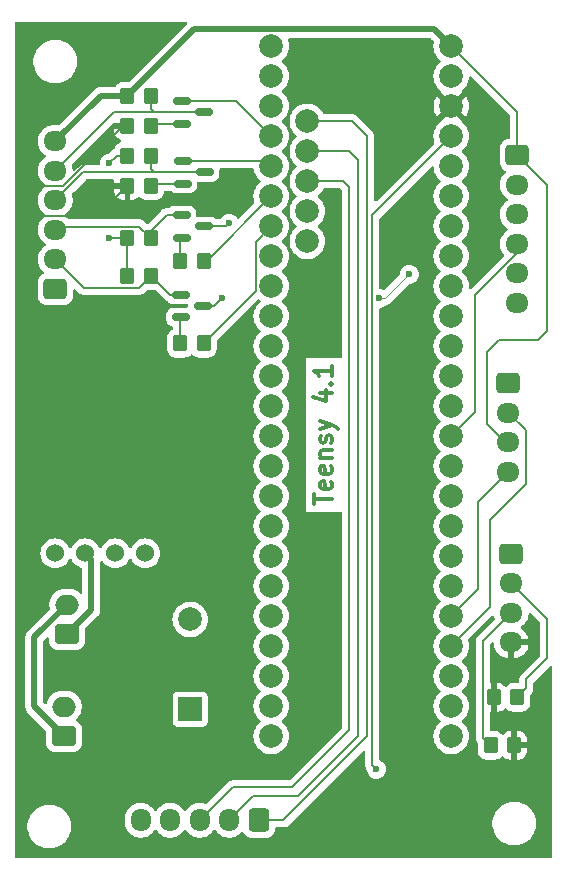
<source format=gbr>
%TF.GenerationSoftware,KiCad,Pcbnew,8.0.2-1*%
%TF.CreationDate,2024-10-23T15:46:43-04:00*%
%TF.ProjectId,Airbrake_ComputeBoard,41697262-7261-46b6-955f-436f6d707574,rev?*%
%TF.SameCoordinates,Original*%
%TF.FileFunction,Copper,L1,Top*%
%TF.FilePolarity,Positive*%
%FSLAX46Y46*%
G04 Gerber Fmt 4.6, Leading zero omitted, Abs format (unit mm)*
G04 Created by KiCad (PCBNEW 8.0.2-1) date 2024-10-23 15:46:43*
%MOMM*%
%LPD*%
G01*
G04 APERTURE LIST*
G04 Aperture macros list*
%AMRoundRect*
0 Rectangle with rounded corners*
0 $1 Rounding radius*
0 $2 $3 $4 $5 $6 $7 $8 $9 X,Y pos of 4 corners*
0 Add a 4 corners polygon primitive as box body*
4,1,4,$2,$3,$4,$5,$6,$7,$8,$9,$2,$3,0*
0 Add four circle primitives for the rounded corners*
1,1,$1+$1,$2,$3*
1,1,$1+$1,$4,$5*
1,1,$1+$1,$6,$7*
1,1,$1+$1,$8,$9*
0 Add four rect primitives between the rounded corners*
20,1,$1+$1,$2,$3,$4,$5,0*
20,1,$1+$1,$4,$5,$6,$7,0*
20,1,$1+$1,$6,$7,$8,$9,0*
20,1,$1+$1,$8,$9,$2,$3,0*%
G04 Aperture macros list end*
%ADD10C,0.300000*%
%TA.AperFunction,NonConductor*%
%ADD11C,0.300000*%
%TD*%
%TA.AperFunction,SMDPad,CuDef*%
%ADD12RoundRect,0.250000X-0.350000X-0.450000X0.350000X-0.450000X0.350000X0.450000X-0.350000X0.450000X0*%
%TD*%
%TA.AperFunction,ComponentPad*%
%ADD13RoundRect,0.250000X0.600000X0.725000X-0.600000X0.725000X-0.600000X-0.725000X0.600000X-0.725000X0*%
%TD*%
%TA.AperFunction,ComponentPad*%
%ADD14O,1.700000X1.950000*%
%TD*%
%TA.AperFunction,ComponentPad*%
%ADD15C,2.000000*%
%TD*%
%TA.AperFunction,ComponentPad*%
%ADD16R,2.000000X2.000000*%
%TD*%
%TA.AperFunction,SMDPad,CuDef*%
%ADD17RoundRect,0.250000X0.350000X0.450000X-0.350000X0.450000X-0.350000X-0.450000X0.350000X-0.450000X0*%
%TD*%
%TA.AperFunction,ComponentPad*%
%ADD18C,1.524000*%
%TD*%
%TA.AperFunction,ComponentPad*%
%ADD19RoundRect,0.250000X-0.725000X0.600000X-0.725000X-0.600000X0.725000X-0.600000X0.725000X0.600000X0*%
%TD*%
%TA.AperFunction,ComponentPad*%
%ADD20O,1.950000X1.700000*%
%TD*%
%TA.AperFunction,ComponentPad*%
%ADD21RoundRect,0.250000X0.750000X-0.600000X0.750000X0.600000X-0.750000X0.600000X-0.750000X-0.600000X0*%
%TD*%
%TA.AperFunction,ComponentPad*%
%ADD22O,2.000000X1.700000*%
%TD*%
%TA.AperFunction,SMDPad,CuDef*%
%ADD23RoundRect,0.150000X-0.587500X-0.150000X0.587500X-0.150000X0.587500X0.150000X-0.587500X0.150000X0*%
%TD*%
%TA.AperFunction,ComponentPad*%
%ADD24RoundRect,0.250000X0.725000X-0.600000X0.725000X0.600000X-0.725000X0.600000X-0.725000X-0.600000X0*%
%TD*%
%TA.AperFunction,ViaPad*%
%ADD25C,0.600000*%
%TD*%
%TA.AperFunction,Conductor*%
%ADD26C,0.500000*%
%TD*%
%TA.AperFunction,Conductor*%
%ADD27C,0.200000*%
%TD*%
%TA.AperFunction,Conductor*%
%ADD28C,0.100000*%
%TD*%
G04 APERTURE END LIST*
D10*
D11*
X160860828Y-105069774D02*
X160860828Y-104212632D01*
X162360828Y-104641203D02*
X160860828Y-104641203D01*
X162289400Y-103141203D02*
X162360828Y-103284060D01*
X162360828Y-103284060D02*
X162360828Y-103569775D01*
X162360828Y-103569775D02*
X162289400Y-103712632D01*
X162289400Y-103712632D02*
X162146542Y-103784060D01*
X162146542Y-103784060D02*
X161575114Y-103784060D01*
X161575114Y-103784060D02*
X161432257Y-103712632D01*
X161432257Y-103712632D02*
X161360828Y-103569775D01*
X161360828Y-103569775D02*
X161360828Y-103284060D01*
X161360828Y-103284060D02*
X161432257Y-103141203D01*
X161432257Y-103141203D02*
X161575114Y-103069775D01*
X161575114Y-103069775D02*
X161717971Y-103069775D01*
X161717971Y-103069775D02*
X161860828Y-103784060D01*
X162289400Y-101855489D02*
X162360828Y-101998346D01*
X162360828Y-101998346D02*
X162360828Y-102284061D01*
X162360828Y-102284061D02*
X162289400Y-102426918D01*
X162289400Y-102426918D02*
X162146542Y-102498346D01*
X162146542Y-102498346D02*
X161575114Y-102498346D01*
X161575114Y-102498346D02*
X161432257Y-102426918D01*
X161432257Y-102426918D02*
X161360828Y-102284061D01*
X161360828Y-102284061D02*
X161360828Y-101998346D01*
X161360828Y-101998346D02*
X161432257Y-101855489D01*
X161432257Y-101855489D02*
X161575114Y-101784061D01*
X161575114Y-101784061D02*
X161717971Y-101784061D01*
X161717971Y-101784061D02*
X161860828Y-102498346D01*
X161360828Y-101141204D02*
X162360828Y-101141204D01*
X161503685Y-101141204D02*
X161432257Y-101069775D01*
X161432257Y-101069775D02*
X161360828Y-100926918D01*
X161360828Y-100926918D02*
X161360828Y-100712632D01*
X161360828Y-100712632D02*
X161432257Y-100569775D01*
X161432257Y-100569775D02*
X161575114Y-100498347D01*
X161575114Y-100498347D02*
X162360828Y-100498347D01*
X162289400Y-99855489D02*
X162360828Y-99712632D01*
X162360828Y-99712632D02*
X162360828Y-99426918D01*
X162360828Y-99426918D02*
X162289400Y-99284061D01*
X162289400Y-99284061D02*
X162146542Y-99212632D01*
X162146542Y-99212632D02*
X162075114Y-99212632D01*
X162075114Y-99212632D02*
X161932257Y-99284061D01*
X161932257Y-99284061D02*
X161860828Y-99426918D01*
X161860828Y-99426918D02*
X161860828Y-99641204D01*
X161860828Y-99641204D02*
X161789400Y-99784061D01*
X161789400Y-99784061D02*
X161646542Y-99855489D01*
X161646542Y-99855489D02*
X161575114Y-99855489D01*
X161575114Y-99855489D02*
X161432257Y-99784061D01*
X161432257Y-99784061D02*
X161360828Y-99641204D01*
X161360828Y-99641204D02*
X161360828Y-99426918D01*
X161360828Y-99426918D02*
X161432257Y-99284061D01*
X161360828Y-98712632D02*
X162360828Y-98355489D01*
X161360828Y-97998346D02*
X162360828Y-98355489D01*
X162360828Y-98355489D02*
X162717971Y-98498346D01*
X162717971Y-98498346D02*
X162789400Y-98569775D01*
X162789400Y-98569775D02*
X162860828Y-98712632D01*
X161360828Y-95641204D02*
X162360828Y-95641204D01*
X160789400Y-95998346D02*
X161860828Y-96355489D01*
X161860828Y-96355489D02*
X161860828Y-95426918D01*
X162217971Y-94855490D02*
X162289400Y-94784061D01*
X162289400Y-94784061D02*
X162360828Y-94855490D01*
X162360828Y-94855490D02*
X162289400Y-94926918D01*
X162289400Y-94926918D02*
X162217971Y-94855490D01*
X162217971Y-94855490D02*
X162360828Y-94855490D01*
X162360828Y-93355489D02*
X162360828Y-94212632D01*
X162360828Y-93784061D02*
X160860828Y-93784061D01*
X160860828Y-93784061D02*
X161075114Y-93926918D01*
X161075114Y-93926918D02*
X161217971Y-94069775D01*
X161217971Y-94069775D02*
X161289400Y-94212632D01*
D12*
%TO.P,R9,1*%
%TO.N,+3.3V*%
X145050000Y-73025000D03*
%TO.P,R9,2*%
%TO.N,Net-(Q4-B)*%
X147050000Y-73025000D03*
%TD*%
D13*
%TO.P,BlueRaven1,1,Pin_1*%
%TO.N,/usb_5v*%
X156170000Y-131826000D03*
D14*
%TO.P,BlueRaven1,2,Pin_2*%
%TO.N,/D-*%
X153670000Y-131826000D03*
%TO.P,BlueRaven1,3,Pin_3*%
%TO.N,/D+*%
X151170000Y-131826000D03*
%TO.P,BlueRaven1,4,Pin_4*%
%TO.N,GND*%
X148670000Y-131826000D03*
%TO.P,BlueRaven1,5,Pin_5*%
X146170000Y-131826000D03*
%TD*%
D15*
%TO.P,Teensy4.1,0,GND*%
%TO.N,GND*%
X157226000Y-66294000D03*
%TO.P,Teensy4.1,1,RX1*%
%TO.N,unconnected-(Teensy4.1-RX1-Pad1)*%
X157226000Y-68834000D03*
%TO.P,Teensy4.1,2,TX1*%
%TO.N,unconnected-(Teensy4.1-TX1-Pad2)*%
X157226000Y-71374000D03*
%TO.P,Teensy4.1,3,PWM*%
%TO.N,/SV*%
X157226000Y-73914000D03*
%TO.P,Teensy4.1,4,PWM*%
%TO.N,/BK*%
X157226000Y-76454000D03*
%TO.P,Teensy4.1,5,PWM*%
%TO.N,/Stop*%
X157226000Y-78994000D03*
%TO.P,Teensy4.1,6,PWM*%
%TO.N,/Dir*%
X157226000Y-81534000D03*
%TO.P,Teensy4.1,7,PWM*%
%TO.N,unconnected-(Teensy4.1-PWM-Pad7)*%
X157226000Y-84074000D03*
%TO.P,Teensy4.1,8,RX2*%
%TO.N,unconnected-(Teensy4.1-RX2-Pad8)*%
X157226000Y-86614000D03*
%TO.P,Teensy4.1,9,TX2*%
%TO.N,unconnected-(Teensy4.1-TX2-Pad9)*%
X157226000Y-89154000D03*
%TO.P,Teensy4.1,10,PWM*%
%TO.N,unconnected-(Teensy4.1-PWM-Pad10)*%
X157226000Y-91694000D03*
%TO.P,Teensy4.1,11,CS*%
%TO.N,/CS*%
X157226000Y-94234000D03*
%TO.P,Teensy4.1,12,MOSI*%
%TO.N,/MOSI*%
X157226000Y-96774000D03*
%TO.P,Teensy4.1,13,MISO*%
%TO.N,/MISO*%
X157226000Y-99314000D03*
%TO.P,Teensy4.1,14,3.3V*%
%TO.N,unconnected-(Teensy4.1-3.3V-Pad14)*%
X157226000Y-101854000D03*
%TO.P,Teensy4.1,15,SCL2*%
%TO.N,unconnected-(Teensy4.1-SCL2-Pad15)*%
X157226000Y-104394000D03*
%TO.P,Teensy4.1,16,SDA2*%
%TO.N,unconnected-(Teensy4.1-SDA2-Pad16)*%
X157226000Y-106934000D03*
%TO.P,Teensy4.1,17,MOSI1*%
%TO.N,unconnected-(Teensy4.1-MOSI1-Pad17)*%
X157226000Y-109474000D03*
%TO.P,Teensy4.1,18,SCK1*%
%TO.N,unconnected-(Teensy4.1-SCK1-Pad18)*%
X157226000Y-112014000D03*
%TO.P,Teensy4.1,19,RX7*%
%TO.N,unconnected-(Teensy4.1-RX7-Pad19)*%
X157226000Y-114554000D03*
%TO.P,Teensy4.1,20,TX7*%
%TO.N,unconnected-(Teensy4.1-TX7-Pad20)*%
X157226000Y-117094000D03*
%TO.P,Teensy4.1,21,GPIO*%
%TO.N,unconnected-(Teensy4.1-GPIO-Pad21)*%
X157226000Y-119634000D03*
%TO.P,Teensy4.1,22,GPIO*%
%TO.N,unconnected-(Teensy4.1-GPIO-Pad22)*%
X157226000Y-122174000D03*
%TO.P,Teensy4.1,23,GPIO*%
%TO.N,unconnected-(Teensy4.1-GPIO-Pad23)*%
X157226000Y-124714000D03*
%TO.P,Teensy4.1,24,PWM*%
%TO.N,unconnected-(Teensy4.1-PWM-Pad24)*%
X172466000Y-124714000D03*
%TO.P,Teensy4.1,25,RX8*%
%TO.N,unconnected-(Teensy4.1-RX8-Pad25)*%
X172466000Y-122174000D03*
%TO.P,Teensy4.1,26,TX8*%
%TO.N,unconnected-(Teensy4.1-TX8-Pad26)*%
X172466000Y-119634000D03*
%TO.P,Teensy4.1,27,PWM*%
%TO.N,/Encoder_A*%
X172466000Y-117094000D03*
%TO.P,Teensy4.1,28,PWM*%
%TO.N,/Encoder_B*%
X172466000Y-114554000D03*
%TO.P,Teensy4.1,29,CS1*%
%TO.N,unconnected-(Teensy4.1-CS1-Pad29)*%
X172466000Y-112014000D03*
%TO.P,Teensy4.1,30,MISO*%
%TO.N,unconnected-(Teensy4.1-MISO-Pad30)*%
X172466000Y-109474000D03*
%TO.P,Teensy4.1,31,A16*%
%TO.N,unconnected-(Teensy4.1-A16-Pad31)*%
X172466000Y-106934000D03*
%TO.P,Teensy4.1,32,A17*%
%TO.N,unconnected-(Teensy4.1-A17-Pad32)*%
X172466000Y-104394000D03*
%TO.P,Teensy4.1,33,GND*%
%TO.N,unconnected-(Teensy4.1-GND-Pad33)*%
X172466000Y-101854000D03*
%TO.P,Teensy4.1,34,SCK*%
%TO.N,/SCK*%
X172466000Y-99314000D03*
%TO.P,Teensy4.1,35,A0*%
%TO.N,unconnected-(Teensy4.1-A0-Pad35)*%
X172466000Y-96774000D03*
%TO.P,Teensy4.1,36,A1*%
%TO.N,unconnected-(Teensy4.1-A1-Pad36)*%
X172466000Y-94234000D03*
%TO.P,Teensy4.1,37,A2*%
%TO.N,unconnected-(Teensy4.1-A2-Pad37)*%
X172466000Y-91694000D03*
%TO.P,Teensy4.1,38,A3*%
%TO.N,unconnected-(Teensy4.1-A3-Pad38)*%
X172466000Y-89154000D03*
%TO.P,Teensy4.1,39,SDA*%
%TO.N,/SDA*%
X172466000Y-86614000D03*
%TO.P,Teensy4.1,40,SCL*%
%TO.N,/SCL*%
X172466000Y-84074000D03*
%TO.P,Teensy4.1,41,TX5*%
%TO.N,/BR-RX*%
X172466000Y-81534000D03*
%TO.P,Teensy4.1,42,RX5*%
%TO.N,/BR-TX*%
X172466000Y-78994000D03*
%TO.P,Teensy4.1,43,PWM*%
%TO.N,unconnected-(Teensy4.1-PWM-Pad43)*%
X172466000Y-76454000D03*
%TO.P,Teensy4.1,44,PWM*%
%TO.N,/buzzer*%
X172466000Y-73914000D03*
%TO.P,Teensy4.1,45,3.3V*%
%TO.N,+3.3V*%
X172466000Y-71374000D03*
%TO.P,Teensy4.1,46,GND*%
%TO.N,GND*%
X172466000Y-68834000D03*
%TO.P,Teensy4.1,47,Vin*%
%TO.N,+5V*%
X172466000Y-66294000D03*
%TO.P,Teensy4.1,48,usb_5v*%
%TO.N,/usb_5v*%
X160276000Y-72644000D03*
%TO.P,Teensy4.1,49,usb_D-*%
%TO.N,/D-*%
X160276000Y-75184000D03*
%TO.P,Teensy4.1,50,usb_D+*%
%TO.N,/D+*%
X160276000Y-77724000D03*
%TO.P,Teensy4.1,51,GND*%
%TO.N,GND*%
X160276000Y-80264000D03*
%TO.P,Teensy4.1,52,GND*%
X160276000Y-82804000D03*
%TD*%
D16*
%TO.P,BZ1,1,+*%
%TO.N,/buzzer*%
X150368000Y-122418000D03*
D15*
%TO.P,BZ1,2,-*%
%TO.N,GND*%
X150368000Y-114818000D03*
%TD*%
D17*
%TO.P,R2,1*%
%TO.N,+3.3V*%
X177800000Y-125476000D03*
%TO.P,R2,2*%
%TO.N,/SDA*%
X175800000Y-125476000D03*
%TD*%
D12*
%TO.P,R10,1*%
%TO.N,+5V*%
X145050000Y-70485000D03*
%TO.P,R10,2*%
%TO.N,Net-(MotorDriver1-Pin_5)*%
X147050000Y-70485000D03*
%TD*%
%TO.P,R7,1*%
%TO.N,+3.3V*%
X145050000Y-78105000D03*
%TO.P,R7,2*%
%TO.N,Net-(Q3-B)*%
X147050000Y-78105000D03*
%TD*%
D18*
%TO.P,Buck_Converter1,0,EN*%
%TO.N,unconnected-(Buck_Converter1-EN-Pad0)*%
X138938000Y-109220000D03*
%TO.P,Buck_Converter1,1,VIN*%
%TO.N,Net-(Buck_Converter1-VIN)*%
X141478000Y-109220000D03*
%TO.P,Buck_Converter1,2,GND*%
%TO.N,GND*%
X144018000Y-109220000D03*
%TO.P,Buck_Converter1,3,VO*%
%TO.N,+5V*%
X146558000Y-109220000D03*
%TD*%
D19*
%TO.P,VN-100-1,1,Pin_1*%
%TO.N,+5V*%
X178054000Y-75518000D03*
D20*
%TO.P,VN-100-1,2,Pin_2*%
%TO.N,/MOSI*%
X178054000Y-78018000D03*
%TO.P,VN-100-1,3,Pin_3*%
%TO.N,/MISO*%
X178054000Y-80518000D03*
%TO.P,VN-100-1,4,Pin_4*%
%TO.N,/SCK*%
X178054000Y-83018000D03*
%TO.P,VN-100-1,5,Pin_5*%
%TO.N,/CS*%
X178054000Y-85518000D03*
%TO.P,VN-100-1,6,Pin_6*%
%TO.N,GND*%
X178054000Y-88018000D03*
%TD*%
D21*
%TO.P,PowerSwitch1,1,Pin_1*%
%TO.N,Net-(Buck_Converter1-VIN)*%
X139937000Y-116058000D03*
D22*
%TO.P,PowerSwitch1,2,Pin_2*%
%TO.N,Net-(Battery1-Pin_1)*%
X139937000Y-113558000D03*
%TD*%
D19*
%TO.P,SensorBoard1,1,Pin_1*%
%TO.N,GND*%
X177546000Y-109260000D03*
D20*
%TO.P,SensorBoard1,2,Pin_2*%
%TO.N,/SCL*%
X177546000Y-111760000D03*
%TO.P,SensorBoard1,3,Pin_3*%
%TO.N,/SDA*%
X177546000Y-114260000D03*
%TO.P,SensorBoard1,4,Pin_4*%
%TO.N,+3.3V*%
X177546000Y-116760000D03*
%TD*%
D23*
%TO.P,Q4,1,B*%
%TO.N,Net-(Q4-B)*%
X149636000Y-72832000D03*
%TO.P,Q4,2,E*%
%TO.N,Net-(MotorDriver1-Pin_5)*%
X151511000Y-71882000D03*
%TO.P,Q4,3,C*%
%TO.N,/SV*%
X149636000Y-70932000D03*
%TD*%
D24*
%TO.P,MotorDriver1,1,Pin_1*%
%TO.N,GND*%
X138938000Y-86828000D03*
D20*
%TO.P,MotorDriver1,2,Pin_2*%
%TO.N,Net-(MotorDriver1-Pin_2)*%
X138938000Y-84328000D03*
%TO.P,MotorDriver1,3,Pin_3*%
%TO.N,Net-(MotorDriver1-Pin_3)*%
X138938000Y-81828000D03*
%TO.P,MotorDriver1,4,Pin_4*%
%TO.N,Net-(MotorDriver1-Pin_4)*%
X138938000Y-79328000D03*
%TO.P,MotorDriver1,5,Pin_5*%
%TO.N,Net-(MotorDriver1-Pin_5)*%
X138938000Y-76828000D03*
%TO.P,MotorDriver1,6,Pin_6*%
%TO.N,+5V*%
X138938000Y-74328000D03*
%TD*%
D12*
%TO.P,R8,1*%
%TO.N,+5V*%
X145050000Y-75565000D03*
%TO.P,R8,2*%
%TO.N,Net-(MotorDriver1-Pin_4)*%
X147050000Y-75565000D03*
%TD*%
D19*
%TO.P,MotorEncoder1,1,Pin_1*%
%TO.N,GND*%
X177309000Y-94802000D03*
D20*
%TO.P,MotorEncoder1,2,Pin_2*%
%TO.N,/Encoder_A*%
X177309000Y-97302000D03*
%TO.P,MotorEncoder1,3,Pin_3*%
%TO.N,+5V*%
X177309000Y-99802000D03*
%TO.P,MotorEncoder1,4,Pin_4*%
%TO.N,/Encoder_B*%
X177309000Y-102302000D03*
%TD*%
D23*
%TO.P,Q3,1,B*%
%TO.N,Net-(Q3-B)*%
X149714500Y-77912000D03*
%TO.P,Q3,2,E*%
%TO.N,Net-(MotorDriver1-Pin_4)*%
X151589500Y-76962000D03*
%TO.P,Q3,3,C*%
%TO.N,/BK*%
X149714500Y-76012000D03*
%TD*%
D17*
%TO.P,R1,1*%
%TO.N,/SCL*%
X178054000Y-121412000D03*
%TO.P,R1,2*%
%TO.N,+3.3V*%
X176054000Y-121412000D03*
%TD*%
D23*
%TO.P,Q1,1,B*%
%TO.N,Net-(Q1-B)*%
X149557500Y-89215000D03*
%TO.P,Q1,2,E*%
%TO.N,GND*%
X151432500Y-88265000D03*
%TO.P,Q1,3,C*%
%TO.N,Net-(MotorDriver1-Pin_2)*%
X149557500Y-87315000D03*
%TD*%
D12*
%TO.P,R6,1*%
%TO.N,+5V*%
X145050000Y-82550000D03*
%TO.P,R6,2*%
%TO.N,Net-(MotorDriver1-Pin_3)*%
X147050000Y-82550000D03*
%TD*%
%TO.P,R4,1*%
%TO.N,+5V*%
X145050000Y-85725000D03*
%TO.P,R4,2*%
%TO.N,Net-(MotorDriver1-Pin_2)*%
X147050000Y-85725000D03*
%TD*%
D17*
%TO.P,R3,1*%
%TO.N,/Dir*%
X151495000Y-91440000D03*
%TO.P,R3,2*%
%TO.N,Net-(Q1-B)*%
X149495000Y-91440000D03*
%TD*%
D21*
%TO.P,Battery1,1,Pin_1*%
%TO.N,Net-(Battery1-Pin_1)*%
X139683000Y-124694000D03*
D22*
%TO.P,Battery1,2,Pin_2*%
%TO.N,GND*%
X139683000Y-122194000D03*
%TD*%
D17*
%TO.P,R5,1*%
%TO.N,/Stop*%
X151495000Y-84455000D03*
%TO.P,R5,2*%
%TO.N,Net-(Q2-B)*%
X149495000Y-84455000D03*
%TD*%
D23*
%TO.P,Q2,1,B*%
%TO.N,Net-(Q2-B)*%
X149636000Y-82484000D03*
%TO.P,Q2,2,E*%
%TO.N,GND*%
X151511000Y-81534000D03*
%TO.P,Q2,3,C*%
%TO.N,Net-(MotorDriver1-Pin_3)*%
X149636000Y-80584000D03*
%TD*%
D25*
%TO.N,+5V*%
X143510000Y-82550000D03*
X143510000Y-76200000D03*
%TO.N,GND*%
X153035000Y-87630000D03*
X153670000Y-81280000D03*
%TO.N,/CS*%
X168910000Y-85598000D03*
X166370000Y-87630000D03*
%TO.N,/buzzer*%
X166116000Y-127508000D03*
%TD*%
D26*
%TO.N,Net-(Battery1-Pin_1)*%
X137160000Y-116335000D02*
X139937000Y-113558000D01*
X137160000Y-122171000D02*
X137160000Y-116335000D01*
X139683000Y-124694000D02*
X137160000Y-122171000D01*
D27*
%TO.N,/usb_5v*%
X165354000Y-124714000D02*
X165354000Y-73914000D01*
X156170000Y-131826000D02*
X158242000Y-131826000D01*
X164084000Y-72644000D02*
X160276000Y-72644000D01*
X165354000Y-73914000D02*
X164084000Y-72644000D01*
X158242000Y-131826000D02*
X165354000Y-124714000D01*
%TO.N,/D+*%
X163322000Y-77724000D02*
X160276000Y-77724000D01*
X163830000Y-124206000D02*
X163830000Y-78232000D01*
X163830000Y-78232000D02*
X163322000Y-77724000D01*
X159004000Y-129032000D02*
X163830000Y-124206000D01*
X153964000Y-129032000D02*
X159004000Y-129032000D01*
X151170000Y-131826000D02*
X153964000Y-129032000D01*
%TO.N,/D-*%
X159512000Y-129794000D02*
X164592000Y-124714000D01*
X163830000Y-75184000D02*
X160276000Y-75184000D01*
X164592000Y-75946000D02*
X163830000Y-75184000D01*
X155702000Y-129794000D02*
X159512000Y-129794000D01*
X153670000Y-131826000D02*
X155702000Y-129794000D01*
X164592000Y-124714000D02*
X164592000Y-75946000D01*
%TO.N,+5V*%
X145050000Y-75565000D02*
X144145000Y-75565000D01*
X179832000Y-91186000D02*
X176530000Y-91186000D01*
X180594000Y-78058000D02*
X180594000Y-90424000D01*
D26*
X142781000Y-70485000D02*
X138938000Y-74328000D01*
X145050000Y-70485000D02*
X142781000Y-70485000D01*
D27*
X180594000Y-90424000D02*
X179832000Y-91186000D01*
X176530000Y-91186000D02*
X175514000Y-92202000D01*
X177018000Y-99802000D02*
X177309000Y-99802000D01*
X175514000Y-92202000D02*
X175514000Y-98298000D01*
X175514000Y-98298000D02*
X177018000Y-99802000D01*
X178054000Y-71882000D02*
X178054000Y-75518000D01*
X145050000Y-85725000D02*
X145050000Y-82550000D01*
X145050000Y-82550000D02*
X143510000Y-82550000D01*
D26*
X171016000Y-64844000D02*
X172466000Y-66294000D01*
D27*
X172466000Y-66294000D02*
X178054000Y-71882000D01*
D26*
X145050000Y-70485000D02*
X150691000Y-64844000D01*
D27*
X178054000Y-75518000D02*
X180594000Y-78058000D01*
D26*
X150691000Y-64844000D02*
X171016000Y-64844000D01*
D27*
X144145000Y-75565000D02*
X143510000Y-76200000D01*
%TO.N,/BK*%
X149714500Y-76012000D02*
X156784000Y-76012000D01*
X156784000Y-76012000D02*
X157226000Y-76454000D01*
%TO.N,/SV*%
X154244000Y-70932000D02*
X157226000Y-73914000D01*
X149636000Y-70932000D02*
X154244000Y-70932000D01*
%TO.N,/SDA*%
X175154000Y-116652000D02*
X177546000Y-114260000D01*
X175800000Y-125476000D02*
X175154000Y-124830000D01*
X175154000Y-124830000D02*
X175154000Y-116652000D01*
%TO.N,+3.3V*%
X142510000Y-80645000D02*
X136525000Y-80645000D01*
X144675315Y-73025000D02*
X139595315Y-78105000D01*
X139595315Y-78105000D02*
X136525000Y-78105000D01*
X145050000Y-78105000D02*
X142510000Y-80645000D01*
X145050000Y-73025000D02*
X144675315Y-73025000D01*
%TO.N,/SCL*%
X178821000Y-119883000D02*
X180594000Y-118110000D01*
X180594000Y-118110000D02*
X180594000Y-114808000D01*
X178821000Y-120645000D02*
X178821000Y-119883000D01*
X180594000Y-114808000D02*
X177546000Y-111760000D01*
X178054000Y-121412000D02*
X178821000Y-120645000D01*
%TO.N,GND*%
X153416000Y-81534000D02*
X153670000Y-81280000D01*
X152400000Y-88265000D02*
X153035000Y-87630000D01*
X151511000Y-81534000D02*
X153416000Y-81534000D01*
X151432500Y-88265000D02*
X152400000Y-88265000D01*
%TO.N,/SCK*%
X174498000Y-87322654D02*
X174498000Y-97282000D01*
X178054000Y-83018000D02*
X178054000Y-83766654D01*
X178054000Y-83766654D02*
X174498000Y-87322654D01*
X174498000Y-97282000D02*
X172466000Y-99314000D01*
D26*
%TO.N,Net-(Buck_Converter1-VIN)*%
X141986000Y-114009000D02*
X141986000Y-109728000D01*
X139937000Y-116058000D02*
X141986000Y-114009000D01*
X141986000Y-109728000D02*
X141478000Y-109220000D01*
D27*
%TO.N,Net-(MotorDriver1-Pin_3)*%
X139216000Y-81550000D02*
X138938000Y-81828000D01*
X146050000Y-81550000D02*
X139216000Y-81550000D01*
X149636000Y-80584000D02*
X148381000Y-80584000D01*
X147050000Y-82550000D02*
X146050000Y-81550000D01*
X148381000Y-80584000D02*
X147050000Y-81915000D01*
%TO.N,Net-(MotorDriver1-Pin_2)*%
X141335000Y-86725000D02*
X138938000Y-84328000D01*
X149557500Y-87315000D02*
X148640000Y-87315000D01*
X147050000Y-85725000D02*
X146050000Y-86725000D01*
X146050000Y-86725000D02*
X141335000Y-86725000D01*
X148640000Y-87315000D02*
X147050000Y-85725000D01*
D28*
%TO.N,/CS*%
X166878000Y-87630000D02*
X166370000Y-87630000D01*
X168910000Y-85598000D02*
X166878000Y-87630000D01*
D27*
%TO.N,/buzzer*%
X166116000Y-127508000D02*
X165770000Y-127162000D01*
X165770000Y-127162000D02*
X165770000Y-80610000D01*
X165770000Y-80610000D02*
X172466000Y-73914000D01*
%TO.N,Net-(MotorDriver1-Pin_5)*%
X147050000Y-71612000D02*
X147320000Y-71882000D01*
X147320000Y-71882000D02*
X143884000Y-71882000D01*
X147050000Y-70485000D02*
X147050000Y-71612000D01*
X143884000Y-71882000D02*
X138938000Y-76828000D01*
X151511000Y-71882000D02*
X147320000Y-71882000D01*
%TO.N,Net-(MotorDriver1-Pin_4)*%
X147320000Y-76962000D02*
X141304000Y-76962000D01*
X147955000Y-76962000D02*
X147320000Y-76962000D01*
X151589500Y-76962000D02*
X147955000Y-76962000D01*
X141304000Y-76962000D02*
X138938000Y-79328000D01*
X147050000Y-76692000D02*
X147320000Y-76962000D01*
X147050000Y-75565000D02*
X147050000Y-76692000D01*
%TO.N,/Encoder_A*%
X172466000Y-117094000D02*
X175768000Y-113792000D01*
X175768000Y-113792000D02*
X175768000Y-106426000D01*
X178816000Y-103378000D02*
X178816000Y-98809000D01*
X178816000Y-98809000D02*
X177309000Y-97302000D01*
X175768000Y-106426000D02*
X178816000Y-103378000D01*
%TO.N,/Encoder_B*%
X174752000Y-112268000D02*
X174752000Y-104859000D01*
X174752000Y-104859000D02*
X177309000Y-102302000D01*
X172466000Y-114554000D02*
X174752000Y-112268000D01*
%TO.N,/Dir*%
X151495000Y-91440000D02*
X155926000Y-87009000D01*
X155926000Y-82834000D02*
X157226000Y-81534000D01*
X155926000Y-87009000D02*
X155926000Y-82834000D01*
%TO.N,/Stop*%
X157226000Y-78994000D02*
X151765000Y-84455000D01*
X151765000Y-84455000D02*
X151495000Y-84455000D01*
%TO.N,Net-(Q1-B)*%
X149495000Y-91440000D02*
X149495000Y-89277500D01*
X149495000Y-89277500D02*
X149557500Y-89215000D01*
%TO.N,Net-(Q2-B)*%
X149495000Y-82625000D02*
X149636000Y-82484000D01*
X149495000Y-84455000D02*
X149495000Y-82625000D01*
%TO.N,Net-(Q3-B)*%
X147243000Y-77912000D02*
X147050000Y-78105000D01*
X149714500Y-77912000D02*
X147243000Y-77912000D01*
%TO.N,Net-(Q4-B)*%
X149636000Y-72832000D02*
X147243000Y-72832000D01*
X147243000Y-72832000D02*
X147050000Y-73025000D01*
%TD*%
%TA.AperFunction,Conductor*%
%TO.N,+3.3V*%
G36*
X150042808Y-64218185D02*
G01*
X150088563Y-64270989D01*
X150098507Y-64340147D01*
X150069482Y-64403703D01*
X150063450Y-64410181D01*
X145225449Y-69248181D01*
X145164126Y-69281666D01*
X145137768Y-69284500D01*
X144649998Y-69284500D01*
X144649980Y-69284501D01*
X144547203Y-69295000D01*
X144547200Y-69295001D01*
X144380668Y-69350185D01*
X144380663Y-69350187D01*
X144231342Y-69442289D01*
X144107289Y-69566342D01*
X144039901Y-69675597D01*
X143987953Y-69722321D01*
X143934362Y-69734500D01*
X142707076Y-69734500D01*
X142678242Y-69740234D01*
X142678243Y-69740235D01*
X142562093Y-69763339D01*
X142562083Y-69763342D01*
X142482081Y-69796479D01*
X142482082Y-69796480D01*
X142425502Y-69819917D01*
X142376269Y-69852813D01*
X142302588Y-69902044D01*
X142302580Y-69902050D01*
X139263332Y-72941298D01*
X139202009Y-72974783D01*
X139174159Y-72976678D01*
X139174159Y-72977500D01*
X139169287Y-72977500D01*
X138706713Y-72977500D01*
X138658042Y-72985208D01*
X138496760Y-73010753D01*
X138294585Y-73076444D01*
X138105179Y-73172951D01*
X137933213Y-73297890D01*
X137782890Y-73448213D01*
X137657951Y-73620179D01*
X137561444Y-73809585D01*
X137495753Y-74011760D01*
X137469423Y-74178001D01*
X137462500Y-74221713D01*
X137462500Y-74434287D01*
X137464885Y-74449344D01*
X137492614Y-74624423D01*
X137495754Y-74644243D01*
X137553626Y-74822355D01*
X137561444Y-74846414D01*
X137657951Y-75035820D01*
X137782890Y-75207786D01*
X137933209Y-75358105D01*
X137933214Y-75358109D01*
X138097793Y-75477682D01*
X138140459Y-75533011D01*
X138146438Y-75602625D01*
X138113833Y-75664420D01*
X138097793Y-75678318D01*
X137933214Y-75797890D01*
X137933209Y-75797894D01*
X137782890Y-75948213D01*
X137657951Y-76120179D01*
X137561444Y-76309585D01*
X137561443Y-76309587D01*
X137561443Y-76309588D01*
X137550972Y-76341815D01*
X137495753Y-76511760D01*
X137462500Y-76721713D01*
X137462500Y-76934286D01*
X137492468Y-77123500D01*
X137495754Y-77144243D01*
X137528460Y-77244902D01*
X137561444Y-77346414D01*
X137657951Y-77535820D01*
X137782890Y-77707786D01*
X137933209Y-77858105D01*
X137933214Y-77858109D01*
X138097793Y-77977682D01*
X138140459Y-78033011D01*
X138146438Y-78102625D01*
X138113833Y-78164420D01*
X138097793Y-78178318D01*
X137933214Y-78297890D01*
X137933209Y-78297894D01*
X137782890Y-78448213D01*
X137657951Y-78620179D01*
X137561444Y-78809585D01*
X137495753Y-79011760D01*
X137472866Y-79156262D01*
X137462500Y-79221713D01*
X137462500Y-79434287D01*
X137495754Y-79644243D01*
X137556843Y-79832256D01*
X137561444Y-79846414D01*
X137657951Y-80035820D01*
X137782890Y-80207786D01*
X137933209Y-80358105D01*
X137933214Y-80358109D01*
X138097793Y-80477682D01*
X138140459Y-80533011D01*
X138146438Y-80602625D01*
X138113833Y-80664420D01*
X138097793Y-80678318D01*
X137933214Y-80797890D01*
X137933209Y-80797894D01*
X137782890Y-80948213D01*
X137657951Y-81120179D01*
X137561444Y-81309585D01*
X137495753Y-81511760D01*
X137462500Y-81721713D01*
X137462500Y-81934286D01*
X137494659Y-82137334D01*
X137495754Y-82144243D01*
X137557572Y-82334499D01*
X137561444Y-82346414D01*
X137657951Y-82535820D01*
X137782890Y-82707786D01*
X137933209Y-82858105D01*
X137933214Y-82858109D01*
X138097793Y-82977682D01*
X138140459Y-83033011D01*
X138146438Y-83102625D01*
X138113833Y-83164420D01*
X138097793Y-83178318D01*
X137933214Y-83297890D01*
X137933209Y-83297894D01*
X137782890Y-83448213D01*
X137657951Y-83620179D01*
X137561444Y-83809585D01*
X137495753Y-84011760D01*
X137462500Y-84221713D01*
X137462500Y-84434287D01*
X137466265Y-84458057D01*
X137486591Y-84586395D01*
X137495754Y-84644243D01*
X137550467Y-84812632D01*
X137561444Y-84846414D01*
X137657951Y-85035820D01*
X137782890Y-85207786D01*
X137921705Y-85346601D01*
X137955190Y-85407924D01*
X137950206Y-85477616D01*
X137908334Y-85533549D01*
X137899121Y-85539821D01*
X137744342Y-85635289D01*
X137620289Y-85759342D01*
X137528187Y-85908663D01*
X137528186Y-85908666D01*
X137473001Y-86075203D01*
X137473001Y-86075204D01*
X137473000Y-86075204D01*
X137462500Y-86177983D01*
X137462500Y-87478001D01*
X137462501Y-87478018D01*
X137473000Y-87580796D01*
X137473001Y-87580799D01*
X137515068Y-87707747D01*
X137528186Y-87747334D01*
X137620288Y-87896656D01*
X137744344Y-88020712D01*
X137893666Y-88112814D01*
X138060203Y-88167999D01*
X138162991Y-88178500D01*
X139713008Y-88178499D01*
X139815797Y-88167999D01*
X139982334Y-88112814D01*
X140131656Y-88020712D01*
X140255712Y-87896656D01*
X140347814Y-87747334D01*
X140402999Y-87580797D01*
X140413500Y-87478009D01*
X140413499Y-86952094D01*
X140433183Y-86885057D01*
X140485987Y-86839302D01*
X140555146Y-86829358D01*
X140618702Y-86858383D01*
X140625180Y-86864415D01*
X140850139Y-87089374D01*
X140850149Y-87089385D01*
X140966285Y-87205521D01*
X140999260Y-87224558D01*
X141032236Y-87243597D01*
X141103215Y-87284577D01*
X141255943Y-87325501D01*
X141255946Y-87325501D01*
X141421653Y-87325501D01*
X141421669Y-87325500D01*
X145963331Y-87325500D01*
X145963347Y-87325501D01*
X145970943Y-87325501D01*
X146129054Y-87325501D01*
X146129057Y-87325501D01*
X146281785Y-87284577D01*
X146352764Y-87243597D01*
X146418716Y-87205520D01*
X146530520Y-87093716D01*
X146530520Y-87093714D01*
X146540721Y-87083514D01*
X146540724Y-87083509D01*
X146662418Y-86961815D01*
X146723739Y-86928333D01*
X146750097Y-86925499D01*
X147349901Y-86925499D01*
X147416940Y-86945184D01*
X147437581Y-86961817D01*
X148271284Y-87795520D01*
X148271286Y-87795521D01*
X148271290Y-87795524D01*
X148374948Y-87855370D01*
X148408216Y-87874577D01*
X148446357Y-87884796D01*
X148501942Y-87916888D01*
X148568135Y-87983081D01*
X148709602Y-88066744D01*
X148751224Y-88078836D01*
X148867426Y-88112597D01*
X148867429Y-88112597D01*
X148867431Y-88112598D01*
X148904306Y-88115500D01*
X150070500Y-88115500D01*
X150137539Y-88135185D01*
X150183294Y-88187989D01*
X150194500Y-88239500D01*
X150194500Y-88290500D01*
X150174815Y-88357539D01*
X150122011Y-88403294D01*
X150070500Y-88414500D01*
X148904298Y-88414500D01*
X148867432Y-88417401D01*
X148867426Y-88417402D01*
X148709606Y-88463254D01*
X148709603Y-88463255D01*
X148568137Y-88546917D01*
X148568129Y-88546923D01*
X148451923Y-88663129D01*
X148451917Y-88663137D01*
X148368255Y-88804603D01*
X148368254Y-88804606D01*
X148322402Y-88962426D01*
X148322401Y-88962432D01*
X148319500Y-88999298D01*
X148319500Y-89430701D01*
X148322401Y-89467567D01*
X148322402Y-89467573D01*
X148368254Y-89625393D01*
X148368255Y-89625396D01*
X148368256Y-89625398D01*
X148405681Y-89688681D01*
X148451917Y-89766862D01*
X148451923Y-89766870D01*
X148568129Y-89883076D01*
X148568133Y-89883079D01*
X148568135Y-89883081D01*
X148709602Y-89966744D01*
X148805097Y-89994488D01*
X148863980Y-90032092D01*
X148893187Y-90095564D01*
X148894500Y-90113563D01*
X148894500Y-90194091D01*
X148874815Y-90261130D01*
X148830731Y-90299641D01*
X148831813Y-90301395D01*
X148825667Y-90305185D01*
X148825666Y-90305186D01*
X148777837Y-90334687D01*
X148676342Y-90397289D01*
X148552289Y-90521342D01*
X148460187Y-90670663D01*
X148460186Y-90670666D01*
X148405001Y-90837203D01*
X148405001Y-90837204D01*
X148405000Y-90837204D01*
X148394500Y-90939983D01*
X148394500Y-91940001D01*
X148394501Y-91940019D01*
X148405000Y-92042796D01*
X148405001Y-92042799D01*
X148451420Y-92182881D01*
X148460186Y-92209334D01*
X148552288Y-92358656D01*
X148676344Y-92482712D01*
X148825666Y-92574814D01*
X148992203Y-92629999D01*
X149094991Y-92640500D01*
X149895008Y-92640499D01*
X149895016Y-92640498D01*
X149895019Y-92640498D01*
X149951302Y-92634748D01*
X149997797Y-92629999D01*
X150164334Y-92574814D01*
X150313656Y-92482712D01*
X150407319Y-92389049D01*
X150468642Y-92355564D01*
X150538334Y-92360548D01*
X150582681Y-92389049D01*
X150676344Y-92482712D01*
X150825666Y-92574814D01*
X150992203Y-92629999D01*
X151094991Y-92640500D01*
X151895008Y-92640499D01*
X151895016Y-92640498D01*
X151895019Y-92640498D01*
X151951302Y-92634748D01*
X151997797Y-92629999D01*
X152164334Y-92574814D01*
X152313656Y-92482712D01*
X152437712Y-92358656D01*
X152529814Y-92209334D01*
X152584999Y-92042797D01*
X152595500Y-91940009D01*
X152595499Y-91240095D01*
X152615183Y-91173057D01*
X152631813Y-91152420D01*
X156047987Y-87736246D01*
X156109308Y-87702763D01*
X156179000Y-87707747D01*
X156211828Y-87726075D01*
X156289008Y-87786147D01*
X156329821Y-87842856D01*
X156333496Y-87912629D01*
X156298865Y-87973313D01*
X156289014Y-87981848D01*
X156239085Y-88020710D01*
X156206257Y-88046261D01*
X156037833Y-88229217D01*
X155901826Y-88437393D01*
X155801936Y-88665118D01*
X155740892Y-88906175D01*
X155740890Y-88906187D01*
X155720357Y-89153994D01*
X155720357Y-89154005D01*
X155740890Y-89401812D01*
X155740892Y-89401824D01*
X155801936Y-89642881D01*
X155901826Y-89870606D01*
X156037833Y-90078782D01*
X156053282Y-90095564D01*
X156206256Y-90261738D01*
X156289008Y-90326147D01*
X156329821Y-90382857D01*
X156333496Y-90452630D01*
X156298864Y-90513313D01*
X156289014Y-90521848D01*
X156253898Y-90549181D01*
X156206257Y-90586261D01*
X156037833Y-90769217D01*
X155901826Y-90977393D01*
X155801936Y-91205118D01*
X155740892Y-91446175D01*
X155740890Y-91446187D01*
X155720357Y-91693994D01*
X155720357Y-91694005D01*
X155740890Y-91941812D01*
X155740892Y-91941824D01*
X155801936Y-92182881D01*
X155901826Y-92410606D01*
X156037833Y-92618782D01*
X156048158Y-92629998D01*
X156206256Y-92801738D01*
X156289008Y-92866147D01*
X156329821Y-92922857D01*
X156333496Y-92992630D01*
X156298864Y-93053313D01*
X156289014Y-93061848D01*
X156230400Y-93107469D01*
X156206257Y-93126261D01*
X156037833Y-93309217D01*
X155901826Y-93517393D01*
X155801936Y-93745118D01*
X155740892Y-93986175D01*
X155740890Y-93986187D01*
X155720357Y-94233994D01*
X155720357Y-94234005D01*
X155740890Y-94481812D01*
X155740892Y-94481824D01*
X155801936Y-94722881D01*
X155901826Y-94950606D01*
X156037833Y-95158782D01*
X156070245Y-95193991D01*
X156206256Y-95341738D01*
X156289008Y-95406147D01*
X156329821Y-95462857D01*
X156333496Y-95532630D01*
X156298864Y-95593313D01*
X156289014Y-95601848D01*
X156230400Y-95647469D01*
X156206257Y-95666261D01*
X156037833Y-95849217D01*
X155901826Y-96057393D01*
X155801936Y-96285118D01*
X155740892Y-96526175D01*
X155740890Y-96526187D01*
X155720357Y-96773994D01*
X155720357Y-96774005D01*
X155740890Y-97021812D01*
X155740892Y-97021824D01*
X155801936Y-97262881D01*
X155901826Y-97490606D01*
X156037833Y-97698782D01*
X156037836Y-97698785D01*
X156206256Y-97881738D01*
X156289008Y-97946147D01*
X156329821Y-98002857D01*
X156333496Y-98072630D01*
X156298864Y-98133313D01*
X156289014Y-98141848D01*
X156230400Y-98187469D01*
X156206257Y-98206261D01*
X156037833Y-98389217D01*
X155901826Y-98597393D01*
X155801936Y-98825118D01*
X155740892Y-99066175D01*
X155740890Y-99066187D01*
X155720357Y-99313994D01*
X155720357Y-99314005D01*
X155740890Y-99561812D01*
X155740892Y-99561824D01*
X155801936Y-99802881D01*
X155901826Y-100030606D01*
X156037833Y-100238782D01*
X156037836Y-100238785D01*
X156206256Y-100421738D01*
X156289008Y-100486147D01*
X156329821Y-100542857D01*
X156333496Y-100612630D01*
X156298864Y-100673313D01*
X156289014Y-100681848D01*
X156230400Y-100727469D01*
X156206257Y-100746261D01*
X156037833Y-100929217D01*
X155901826Y-101137393D01*
X155801936Y-101365118D01*
X155740892Y-101606175D01*
X155740890Y-101606187D01*
X155720357Y-101853994D01*
X155720357Y-101854005D01*
X155740890Y-102101812D01*
X155740892Y-102101824D01*
X155801936Y-102342881D01*
X155901826Y-102570606D01*
X156037833Y-102778782D01*
X156037836Y-102778785D01*
X156206256Y-102961738D01*
X156289008Y-103026147D01*
X156329821Y-103082857D01*
X156333496Y-103152630D01*
X156298864Y-103213313D01*
X156289014Y-103221848D01*
X156230400Y-103267469D01*
X156206257Y-103286261D01*
X156037833Y-103469217D01*
X155901826Y-103677393D01*
X155801936Y-103905118D01*
X155740892Y-104146175D01*
X155740890Y-104146187D01*
X155720357Y-104393994D01*
X155720357Y-104394005D01*
X155740890Y-104641812D01*
X155740892Y-104641824D01*
X155801936Y-104882881D01*
X155901826Y-105110606D01*
X156037833Y-105318782D01*
X156037836Y-105318785D01*
X156206256Y-105501738D01*
X156289008Y-105566147D01*
X156329821Y-105622857D01*
X156333496Y-105692630D01*
X156298864Y-105753313D01*
X156289014Y-105761848D01*
X156230400Y-105807469D01*
X156206257Y-105826261D01*
X156037833Y-106009217D01*
X155901826Y-106217393D01*
X155801936Y-106445118D01*
X155740892Y-106686175D01*
X155740890Y-106686187D01*
X155720357Y-106933994D01*
X155720357Y-106934005D01*
X155740890Y-107181812D01*
X155740892Y-107181824D01*
X155801936Y-107422881D01*
X155901826Y-107650606D01*
X156037833Y-107858782D01*
X156037836Y-107858785D01*
X156206256Y-108041738D01*
X156289008Y-108106147D01*
X156329821Y-108162857D01*
X156333496Y-108232630D01*
X156298864Y-108293313D01*
X156289014Y-108301848D01*
X156239146Y-108340663D01*
X156206257Y-108366261D01*
X156037833Y-108549217D01*
X155901826Y-108757393D01*
X155801936Y-108985118D01*
X155740892Y-109226175D01*
X155740890Y-109226187D01*
X155720357Y-109473994D01*
X155720357Y-109474005D01*
X155740890Y-109721812D01*
X155740892Y-109721824D01*
X155801936Y-109962881D01*
X155901826Y-110190606D01*
X156037833Y-110398782D01*
X156037836Y-110398785D01*
X156206256Y-110581738D01*
X156289008Y-110646147D01*
X156329821Y-110702857D01*
X156333496Y-110772630D01*
X156298864Y-110833313D01*
X156289014Y-110841848D01*
X156239730Y-110880208D01*
X156206257Y-110906261D01*
X156037833Y-111089217D01*
X155901826Y-111297393D01*
X155801936Y-111525118D01*
X155740892Y-111766175D01*
X155740890Y-111766187D01*
X155720357Y-112013994D01*
X155720357Y-112014005D01*
X155740890Y-112261812D01*
X155740892Y-112261824D01*
X155801936Y-112502881D01*
X155901826Y-112730606D01*
X156037833Y-112938782D01*
X156037836Y-112938785D01*
X156206256Y-113121738D01*
X156289008Y-113186147D01*
X156329821Y-113242857D01*
X156333496Y-113312630D01*
X156298864Y-113373313D01*
X156289014Y-113381848D01*
X156251518Y-113411033D01*
X156206257Y-113446261D01*
X156037833Y-113629217D01*
X155901826Y-113837393D01*
X155801936Y-114065118D01*
X155740892Y-114306175D01*
X155740890Y-114306187D01*
X155720357Y-114553994D01*
X155720357Y-114554005D01*
X155740890Y-114801812D01*
X155740892Y-114801824D01*
X155801936Y-115042881D01*
X155901826Y-115270606D01*
X156037833Y-115478782D01*
X156037836Y-115478785D01*
X156206256Y-115661738D01*
X156289008Y-115726147D01*
X156329821Y-115782857D01*
X156333496Y-115852630D01*
X156298864Y-115913313D01*
X156289014Y-115921848D01*
X156284016Y-115925739D01*
X156206257Y-115986261D01*
X156037833Y-116169217D01*
X155901826Y-116377393D01*
X155801936Y-116605118D01*
X155740892Y-116846175D01*
X155740890Y-116846187D01*
X155720357Y-117093994D01*
X155720357Y-117094005D01*
X155740890Y-117341812D01*
X155740892Y-117341824D01*
X155801936Y-117582881D01*
X155901826Y-117810606D01*
X156037833Y-118018782D01*
X156037836Y-118018785D01*
X156206256Y-118201738D01*
X156289008Y-118266147D01*
X156329821Y-118322857D01*
X156333496Y-118392630D01*
X156298864Y-118453313D01*
X156289014Y-118461848D01*
X156230400Y-118507469D01*
X156206257Y-118526261D01*
X156037833Y-118709217D01*
X155901826Y-118917393D01*
X155801936Y-119145118D01*
X155740892Y-119386175D01*
X155740890Y-119386187D01*
X155720357Y-119633994D01*
X155720357Y-119634005D01*
X155740890Y-119881812D01*
X155740892Y-119881824D01*
X155801936Y-120122881D01*
X155901826Y-120350606D01*
X156037833Y-120558782D01*
X156037836Y-120558785D01*
X156206256Y-120741738D01*
X156289008Y-120806147D01*
X156329821Y-120862857D01*
X156333496Y-120932630D01*
X156298864Y-120993313D01*
X156289014Y-121001848D01*
X156241348Y-121038949D01*
X156206257Y-121066261D01*
X156037833Y-121249217D01*
X155901826Y-121457393D01*
X155801936Y-121685118D01*
X155740892Y-121926175D01*
X155740890Y-121926187D01*
X155720357Y-122173994D01*
X155720357Y-122174005D01*
X155740890Y-122421812D01*
X155740892Y-122421824D01*
X155801936Y-122662881D01*
X155901826Y-122890606D01*
X156037833Y-123098782D01*
X156037836Y-123098785D01*
X156206256Y-123281738D01*
X156289008Y-123346147D01*
X156329821Y-123402857D01*
X156333496Y-123472630D01*
X156298864Y-123533313D01*
X156289014Y-123541848D01*
X156230400Y-123587469D01*
X156206257Y-123606261D01*
X156037833Y-123789217D01*
X155901826Y-123997393D01*
X155801936Y-124225118D01*
X155740892Y-124466175D01*
X155740890Y-124466187D01*
X155720357Y-124713994D01*
X155720357Y-124714005D01*
X155740890Y-124961812D01*
X155740892Y-124961824D01*
X155801936Y-125202881D01*
X155901826Y-125430606D01*
X156037833Y-125638782D01*
X156037836Y-125638785D01*
X156206256Y-125821738D01*
X156402491Y-125974474D01*
X156621190Y-126092828D01*
X156856386Y-126173571D01*
X157101665Y-126214500D01*
X157350335Y-126214500D01*
X157595614Y-126173571D01*
X157830810Y-126092828D01*
X158049509Y-125974474D01*
X158245744Y-125821738D01*
X158414164Y-125638785D01*
X158550173Y-125430607D01*
X158650063Y-125202881D01*
X158711108Y-124961821D01*
X158715480Y-124909057D01*
X158731643Y-124714005D01*
X158731643Y-124713994D01*
X158711109Y-124466187D01*
X158711107Y-124466175D01*
X158650063Y-124225118D01*
X158550173Y-123997393D01*
X158414166Y-123789217D01*
X158392557Y-123765744D01*
X158245744Y-123606262D01*
X158162991Y-123541852D01*
X158122179Y-123485143D01*
X158118504Y-123415370D01*
X158153136Y-123354687D01*
X158162985Y-123346151D01*
X158245744Y-123281738D01*
X158414164Y-123098785D01*
X158550173Y-122890607D01*
X158650063Y-122662881D01*
X158711108Y-122421821D01*
X158713752Y-122389913D01*
X158731643Y-122174005D01*
X158731643Y-122173994D01*
X158711109Y-121926187D01*
X158711107Y-121926175D01*
X158650063Y-121685118D01*
X158550173Y-121457393D01*
X158414166Y-121249217D01*
X158346460Y-121175669D01*
X158245744Y-121066262D01*
X158162991Y-121001852D01*
X158122179Y-120945143D01*
X158118504Y-120875370D01*
X158153136Y-120814687D01*
X158162985Y-120806151D01*
X158245744Y-120741738D01*
X158414164Y-120558785D01*
X158550173Y-120350607D01*
X158650063Y-120122881D01*
X158711108Y-119881821D01*
X158731643Y-119634000D01*
X158728916Y-119601095D01*
X158711109Y-119386187D01*
X158711107Y-119386175D01*
X158650063Y-119145118D01*
X158550173Y-118917393D01*
X158414166Y-118709217D01*
X158392557Y-118685744D01*
X158245744Y-118526262D01*
X158162991Y-118461852D01*
X158122179Y-118405143D01*
X158118504Y-118335370D01*
X158153136Y-118274687D01*
X158162985Y-118266151D01*
X158245744Y-118201738D01*
X158414164Y-118018785D01*
X158550173Y-117810607D01*
X158650063Y-117582881D01*
X158711108Y-117341821D01*
X158711109Y-117341812D01*
X158731643Y-117094005D01*
X158731643Y-117093994D01*
X158711109Y-116846187D01*
X158711107Y-116846175D01*
X158650063Y-116605118D01*
X158550173Y-116377393D01*
X158414166Y-116169217D01*
X158365256Y-116116087D01*
X158245744Y-115986262D01*
X158162991Y-115921852D01*
X158122179Y-115865143D01*
X158118504Y-115795370D01*
X158153136Y-115734687D01*
X158162985Y-115726151D01*
X158245744Y-115661738D01*
X158414164Y-115478785D01*
X158550173Y-115270607D01*
X158650063Y-115042881D01*
X158711108Y-114801821D01*
X158729800Y-114576242D01*
X158731643Y-114554005D01*
X158731643Y-114553994D01*
X158711109Y-114306187D01*
X158711107Y-114306175D01*
X158650063Y-114065118D01*
X158550173Y-113837393D01*
X158414166Y-113629217D01*
X158392557Y-113605744D01*
X158245744Y-113446262D01*
X158162991Y-113381852D01*
X158122179Y-113325143D01*
X158118504Y-113255370D01*
X158153136Y-113194687D01*
X158162985Y-113186151D01*
X158245744Y-113121738D01*
X158414164Y-112938785D01*
X158550173Y-112730607D01*
X158650063Y-112502881D01*
X158711108Y-112261821D01*
X158714918Y-112215847D01*
X158731643Y-112014005D01*
X158731643Y-112013994D01*
X158711109Y-111766187D01*
X158711107Y-111766175D01*
X158650063Y-111525118D01*
X158550173Y-111297393D01*
X158414166Y-111089217D01*
X158392557Y-111065744D01*
X158245744Y-110906262D01*
X158162991Y-110841852D01*
X158122179Y-110785143D01*
X158118504Y-110715370D01*
X158153136Y-110654687D01*
X158162985Y-110646151D01*
X158245744Y-110581738D01*
X158414164Y-110398785D01*
X158550173Y-110190607D01*
X158650063Y-109962881D01*
X158711108Y-109721821D01*
X158711109Y-109721812D01*
X158731643Y-109474005D01*
X158731643Y-109473994D01*
X158711109Y-109226187D01*
X158711107Y-109226175D01*
X158650063Y-108985118D01*
X158550173Y-108757393D01*
X158414166Y-108549217D01*
X158375486Y-108507200D01*
X158245744Y-108366262D01*
X158162991Y-108301852D01*
X158122179Y-108245143D01*
X158118504Y-108175370D01*
X158153136Y-108114687D01*
X158162985Y-108106151D01*
X158245744Y-108041738D01*
X158414164Y-107858785D01*
X158550173Y-107650607D01*
X158650063Y-107422881D01*
X158711108Y-107181821D01*
X158731643Y-106934000D01*
X158711108Y-106686179D01*
X158704240Y-106659057D01*
X158650063Y-106445118D01*
X158550173Y-106217393D01*
X158414166Y-106009217D01*
X158355490Y-105945478D01*
X158245744Y-105826262D01*
X158162991Y-105761852D01*
X158122179Y-105705143D01*
X158118504Y-105635370D01*
X158153136Y-105574687D01*
X158162985Y-105566151D01*
X158245744Y-105501738D01*
X158414164Y-105318785D01*
X158550173Y-105110607D01*
X158650063Y-104882881D01*
X158711108Y-104641821D01*
X158711790Y-104633596D01*
X158731643Y-104394005D01*
X158731643Y-104393994D01*
X158711109Y-104146187D01*
X158711107Y-104146175D01*
X158650063Y-103905118D01*
X158550173Y-103677393D01*
X158414166Y-103469217D01*
X158392557Y-103445744D01*
X158245744Y-103286262D01*
X158162991Y-103221852D01*
X158122179Y-103165143D01*
X158118504Y-103095370D01*
X158153136Y-103034687D01*
X158162985Y-103026151D01*
X158245744Y-102961738D01*
X158414164Y-102778785D01*
X158550173Y-102570607D01*
X158650063Y-102342881D01*
X158711108Y-102101821D01*
X158720725Y-101985760D01*
X158731643Y-101854005D01*
X158731643Y-101853994D01*
X158711109Y-101606187D01*
X158711107Y-101606175D01*
X158650063Y-101365118D01*
X158550173Y-101137393D01*
X158414166Y-100929217D01*
X158390506Y-100903516D01*
X158245744Y-100746262D01*
X158162991Y-100681852D01*
X158122179Y-100625143D01*
X158118504Y-100555370D01*
X158153136Y-100494687D01*
X158162985Y-100486151D01*
X158245744Y-100421738D01*
X158414164Y-100238785D01*
X158550173Y-100030607D01*
X158650063Y-99802881D01*
X158711108Y-99561821D01*
X158711222Y-99560446D01*
X158731643Y-99314005D01*
X158731643Y-99313994D01*
X158711109Y-99066187D01*
X158711107Y-99066175D01*
X158650063Y-98825118D01*
X158550173Y-98597393D01*
X158414166Y-98389217D01*
X158392557Y-98365744D01*
X158245744Y-98206262D01*
X158162991Y-98141852D01*
X158122179Y-98085143D01*
X158118504Y-98015370D01*
X158153136Y-97954687D01*
X158162985Y-97946151D01*
X158245744Y-97881738D01*
X158414164Y-97698785D01*
X158550173Y-97490607D01*
X158650063Y-97262881D01*
X158711108Y-97021821D01*
X158714096Y-96985760D01*
X158731643Y-96774005D01*
X158731643Y-96773994D01*
X158711109Y-96526187D01*
X158711107Y-96526175D01*
X158650063Y-96285118D01*
X158550173Y-96057393D01*
X158414166Y-95849217D01*
X158392557Y-95825744D01*
X158245744Y-95666262D01*
X158162991Y-95601852D01*
X158122179Y-95545143D01*
X158118504Y-95475370D01*
X158153136Y-95414687D01*
X158162985Y-95406151D01*
X158245744Y-95341738D01*
X158414164Y-95158785D01*
X158550173Y-94950607D01*
X158650063Y-94722881D01*
X158711108Y-94481821D01*
X158731643Y-94234000D01*
X158724848Y-94151998D01*
X158711109Y-93986187D01*
X158711107Y-93986175D01*
X158650063Y-93745118D01*
X158550173Y-93517393D01*
X158414166Y-93309217D01*
X158392557Y-93285744D01*
X158245744Y-93126262D01*
X158162991Y-93061852D01*
X158122179Y-93005143D01*
X158118504Y-92935370D01*
X158153136Y-92874687D01*
X158162985Y-92866151D01*
X158245744Y-92801738D01*
X158414164Y-92618785D01*
X158550173Y-92410607D01*
X158650063Y-92182881D01*
X158711108Y-91941821D01*
X158711109Y-91941812D01*
X158731643Y-91694005D01*
X158731643Y-91693994D01*
X158711109Y-91446187D01*
X158711107Y-91446175D01*
X158650063Y-91205118D01*
X158550173Y-90977393D01*
X158414166Y-90769217D01*
X158392557Y-90745744D01*
X158245744Y-90586262D01*
X158162991Y-90521852D01*
X158122179Y-90465143D01*
X158118504Y-90395370D01*
X158153136Y-90334687D01*
X158162985Y-90326151D01*
X158245744Y-90261738D01*
X158414164Y-90078785D01*
X158550173Y-89870607D01*
X158650063Y-89642881D01*
X158711108Y-89401821D01*
X158722068Y-89269555D01*
X158731643Y-89154005D01*
X158731643Y-89153994D01*
X158711109Y-88906187D01*
X158711107Y-88906175D01*
X158650063Y-88665118D01*
X158550173Y-88437393D01*
X158414166Y-88229217D01*
X158376213Y-88187989D01*
X158245744Y-88046262D01*
X158162991Y-87981852D01*
X158122179Y-87925143D01*
X158118504Y-87855370D01*
X158153136Y-87794687D01*
X158162985Y-87786151D01*
X158245744Y-87721738D01*
X158414164Y-87538785D01*
X158550173Y-87330607D01*
X158650063Y-87102881D01*
X158711108Y-86861821D01*
X158711393Y-86858383D01*
X158731643Y-86614005D01*
X158731643Y-86613994D01*
X158711109Y-86366187D01*
X158711107Y-86366175D01*
X158650063Y-86125118D01*
X158550173Y-85897393D01*
X158414166Y-85689217D01*
X158373459Y-85644998D01*
X158245744Y-85506262D01*
X158162991Y-85441852D01*
X158122179Y-85385143D01*
X158118504Y-85315370D01*
X158153136Y-85254687D01*
X158162985Y-85246151D01*
X158245744Y-85181738D01*
X158414164Y-84998785D01*
X158550173Y-84790607D01*
X158650063Y-84562881D01*
X158711108Y-84321821D01*
X158711840Y-84312989D01*
X158731643Y-84074005D01*
X158731643Y-84073994D01*
X158711109Y-83826187D01*
X158711107Y-83826175D01*
X158650063Y-83585118D01*
X158550173Y-83357393D01*
X158414166Y-83149217D01*
X158325938Y-83053376D01*
X158245744Y-82966262D01*
X158162991Y-82901852D01*
X158122179Y-82845143D01*
X158118504Y-82775370D01*
X158153136Y-82714687D01*
X158162985Y-82706151D01*
X158245744Y-82641738D01*
X158414164Y-82458785D01*
X158550173Y-82250607D01*
X158650063Y-82022881D01*
X158711108Y-81781821D01*
X158711204Y-81780666D01*
X158731643Y-81534005D01*
X158731643Y-81533994D01*
X158711109Y-81286187D01*
X158711107Y-81286175D01*
X158650063Y-81045118D01*
X158550173Y-80817393D01*
X158414166Y-80609217D01*
X158363529Y-80554211D01*
X158245744Y-80426262D01*
X158162991Y-80361852D01*
X158122179Y-80305143D01*
X158118504Y-80235370D01*
X158153136Y-80174687D01*
X158162985Y-80166151D01*
X158245744Y-80101738D01*
X158414164Y-79918785D01*
X158550173Y-79710607D01*
X158650063Y-79482881D01*
X158711108Y-79241821D01*
X158711109Y-79241812D01*
X158731643Y-78994005D01*
X158731643Y-78993994D01*
X158711109Y-78746187D01*
X158711107Y-78746175D01*
X158650063Y-78505118D01*
X158550173Y-78277393D01*
X158414166Y-78069217D01*
X158380836Y-78033011D01*
X158245744Y-77886262D01*
X158162991Y-77821852D01*
X158122179Y-77765143D01*
X158118504Y-77695370D01*
X158153136Y-77634687D01*
X158162985Y-77626151D01*
X158245744Y-77561738D01*
X158414164Y-77378785D01*
X158550173Y-77170607D01*
X158650063Y-76942881D01*
X158711108Y-76701821D01*
X158716878Y-76632185D01*
X158731643Y-76454005D01*
X158731643Y-76453994D01*
X158711109Y-76206187D01*
X158711107Y-76206175D01*
X158650063Y-75965118D01*
X158550173Y-75737393D01*
X158414166Y-75529217D01*
X158371667Y-75483051D01*
X158245744Y-75346262D01*
X158162991Y-75281852D01*
X158122179Y-75225143D01*
X158118504Y-75155370D01*
X158153136Y-75094687D01*
X158162985Y-75086151D01*
X158245744Y-75021738D01*
X158414164Y-74838785D01*
X158550173Y-74630607D01*
X158650063Y-74402881D01*
X158711108Y-74161821D01*
X158711274Y-74159816D01*
X158731643Y-73914005D01*
X158731643Y-73913994D01*
X158711109Y-73666187D01*
X158711107Y-73666175D01*
X158650063Y-73425118D01*
X158550173Y-73197393D01*
X158414166Y-72989217D01*
X158324509Y-72891824D01*
X158245744Y-72806262D01*
X158162991Y-72741852D01*
X158122179Y-72685143D01*
X158118504Y-72615370D01*
X158153136Y-72554687D01*
X158162985Y-72546151D01*
X158245744Y-72481738D01*
X158414164Y-72298785D01*
X158550173Y-72090607D01*
X158650063Y-71862881D01*
X158711108Y-71621821D01*
X158714918Y-71575847D01*
X158731643Y-71374005D01*
X158731643Y-71373994D01*
X158711109Y-71126187D01*
X158711107Y-71126175D01*
X158650063Y-70885118D01*
X158550173Y-70657393D01*
X158414166Y-70449217D01*
X158308561Y-70334500D01*
X158245744Y-70266262D01*
X158162991Y-70201852D01*
X158122179Y-70145143D01*
X158118504Y-70075370D01*
X158153136Y-70014687D01*
X158162985Y-70006151D01*
X158245744Y-69941738D01*
X158414164Y-69758785D01*
X158550173Y-69550607D01*
X158650063Y-69322881D01*
X158711108Y-69081821D01*
X158711109Y-69081812D01*
X158731643Y-68834005D01*
X158731643Y-68833994D01*
X158711109Y-68586187D01*
X158711107Y-68586175D01*
X158650063Y-68345118D01*
X158550173Y-68117393D01*
X158414166Y-67909217D01*
X158392557Y-67885744D01*
X158245744Y-67726262D01*
X158162991Y-67661852D01*
X158122179Y-67605143D01*
X158118504Y-67535370D01*
X158153136Y-67474687D01*
X158162985Y-67466151D01*
X158245744Y-67401738D01*
X158414164Y-67218785D01*
X158550173Y-67010607D01*
X158650063Y-66782881D01*
X158711108Y-66541821D01*
X158711780Y-66533711D01*
X158731643Y-66294005D01*
X158731643Y-66293994D01*
X158711109Y-66046187D01*
X158711107Y-66046175D01*
X158705001Y-66022064D01*
X158650063Y-65805119D01*
X158633916Y-65768309D01*
X158625014Y-65699011D01*
X158654991Y-65635898D01*
X158714330Y-65599011D01*
X158747473Y-65594500D01*
X170653770Y-65594500D01*
X170720809Y-65614185D01*
X170741451Y-65630819D01*
X170855794Y-65745162D01*
X170966618Y-65855985D01*
X171000103Y-65917308D01*
X170999143Y-65974106D01*
X170980891Y-66046182D01*
X170960357Y-66293994D01*
X170960357Y-66294005D01*
X170980890Y-66541812D01*
X170980892Y-66541824D01*
X171041936Y-66782881D01*
X171141826Y-67010606D01*
X171277833Y-67218782D01*
X171277836Y-67218785D01*
X171446256Y-67401738D01*
X171529008Y-67466147D01*
X171569821Y-67522857D01*
X171573496Y-67592630D01*
X171538864Y-67653313D01*
X171529014Y-67661848D01*
X171470400Y-67707469D01*
X171446257Y-67726261D01*
X171277833Y-67909217D01*
X171141826Y-68117393D01*
X171041936Y-68345118D01*
X170980892Y-68586175D01*
X170980890Y-68586187D01*
X170960357Y-68833994D01*
X170960357Y-68834005D01*
X170980890Y-69081812D01*
X170980892Y-69081824D01*
X171041936Y-69322881D01*
X171141826Y-69550606D01*
X171277833Y-69758782D01*
X171277836Y-69758785D01*
X171446256Y-69941738D01*
X171446259Y-69941740D01*
X171446262Y-69941743D01*
X171549743Y-70022286D01*
X171590556Y-70078996D01*
X171597343Y-70127823D01*
X171595941Y-70150389D01*
X172328424Y-70882871D01*
X172269147Y-70898755D01*
X172152853Y-70965898D01*
X172057898Y-71060853D01*
X171990755Y-71177147D01*
X171974872Y-71236424D01*
X171242564Y-70504116D01*
X171142267Y-70657632D01*
X171042412Y-70885282D01*
X170981387Y-71126261D01*
X170981385Y-71126270D01*
X170960859Y-71373994D01*
X170960859Y-71374005D01*
X170981385Y-71621729D01*
X170981387Y-71621738D01*
X171042412Y-71862717D01*
X171142266Y-72090364D01*
X171242564Y-72243882D01*
X171974871Y-71511575D01*
X171990755Y-71570853D01*
X172057898Y-71687147D01*
X172152853Y-71782102D01*
X172269147Y-71849245D01*
X172328424Y-71865128D01*
X171595942Y-72597609D01*
X171597343Y-72620177D01*
X171581850Y-72688307D01*
X171549744Y-72725713D01*
X171446258Y-72806260D01*
X171277833Y-72989217D01*
X171141826Y-73197393D01*
X171041936Y-73425118D01*
X170980892Y-73666175D01*
X170980890Y-73666187D01*
X170960357Y-73913994D01*
X170960357Y-73914005D01*
X170980890Y-74161812D01*
X170980892Y-74161824D01*
X171042007Y-74403160D01*
X171039382Y-74472980D01*
X171009482Y-74521281D01*
X166166181Y-79364583D01*
X166104858Y-79398068D01*
X166035166Y-79393084D01*
X165979233Y-79351212D01*
X165954816Y-79285748D01*
X165954500Y-79276902D01*
X165954500Y-73834945D01*
X165954498Y-73834936D01*
X165949464Y-73816146D01*
X165949016Y-73814474D01*
X165913577Y-73682215D01*
X165875155Y-73615667D01*
X165875155Y-73615666D01*
X165834522Y-73545287D01*
X165834521Y-73545286D01*
X165834520Y-73545284D01*
X165722716Y-73433480D01*
X165722715Y-73433479D01*
X165718385Y-73429149D01*
X165718374Y-73429139D01*
X164571590Y-72282355D01*
X164571588Y-72282352D01*
X164452717Y-72163481D01*
X164452709Y-72163475D01*
X164353754Y-72106344D01*
X164353752Y-72106343D01*
X164315790Y-72084425D01*
X164315789Y-72084424D01*
X164303263Y-72081067D01*
X164163057Y-72043499D01*
X164004943Y-72043499D01*
X163997347Y-72043499D01*
X163997331Y-72043500D01*
X161732116Y-72043500D01*
X161665077Y-72023815D01*
X161619322Y-71971011D01*
X161618560Y-71969311D01*
X161600172Y-71927391D01*
X161464166Y-71719217D01*
X161415436Y-71666282D01*
X161295744Y-71536262D01*
X161099509Y-71383526D01*
X161099507Y-71383525D01*
X161099506Y-71383524D01*
X160880811Y-71265172D01*
X160880802Y-71265169D01*
X160645616Y-71184429D01*
X160400335Y-71143500D01*
X160151665Y-71143500D01*
X159906383Y-71184429D01*
X159671197Y-71265169D01*
X159671188Y-71265172D01*
X159452493Y-71383524D01*
X159256257Y-71536261D01*
X159087833Y-71719217D01*
X158951826Y-71927393D01*
X158851936Y-72155118D01*
X158790892Y-72396175D01*
X158790890Y-72396187D01*
X158770357Y-72643994D01*
X158770357Y-72644005D01*
X158790890Y-72891812D01*
X158790892Y-72891824D01*
X158851936Y-73132881D01*
X158951826Y-73360606D01*
X159087833Y-73568782D01*
X159087836Y-73568785D01*
X159256256Y-73751738D01*
X159339008Y-73816147D01*
X159379821Y-73872857D01*
X159383496Y-73942630D01*
X159348864Y-74003313D01*
X159339014Y-74011848D01*
X159298349Y-74043500D01*
X159256257Y-74076261D01*
X159087833Y-74259217D01*
X158951826Y-74467393D01*
X158851936Y-74695118D01*
X158790892Y-74936175D01*
X158790890Y-74936187D01*
X158770357Y-75183994D01*
X158770357Y-75184005D01*
X158790890Y-75431812D01*
X158790892Y-75431824D01*
X158851936Y-75672881D01*
X158951826Y-75900606D01*
X159087833Y-76108782D01*
X159120245Y-76143991D01*
X159256256Y-76291738D01*
X159339008Y-76356147D01*
X159379821Y-76412857D01*
X159383496Y-76482630D01*
X159348864Y-76543313D01*
X159339014Y-76551848D01*
X159285778Y-76593284D01*
X159256257Y-76616261D01*
X159087833Y-76799217D01*
X158951826Y-77007393D01*
X158851936Y-77235118D01*
X158790892Y-77476175D01*
X158790890Y-77476187D01*
X158770357Y-77723994D01*
X158770357Y-77724005D01*
X158790890Y-77971812D01*
X158790892Y-77971824D01*
X158851936Y-78212881D01*
X158951826Y-78440606D01*
X159087833Y-78648782D01*
X159087836Y-78648785D01*
X159256256Y-78831738D01*
X159339008Y-78896147D01*
X159379821Y-78952857D01*
X159383496Y-79022630D01*
X159348864Y-79083313D01*
X159339014Y-79091848D01*
X159280400Y-79137469D01*
X159256257Y-79156261D01*
X159087833Y-79339217D01*
X158951826Y-79547393D01*
X158851936Y-79775118D01*
X158790892Y-80016175D01*
X158790890Y-80016187D01*
X158770357Y-80263994D01*
X158770357Y-80264005D01*
X158790890Y-80511812D01*
X158790892Y-80511824D01*
X158851936Y-80752881D01*
X158951826Y-80980606D01*
X159087833Y-81188782D01*
X159087836Y-81188785D01*
X159256256Y-81371738D01*
X159339008Y-81436147D01*
X159379821Y-81492857D01*
X159383496Y-81562630D01*
X159348864Y-81623313D01*
X159339014Y-81631848D01*
X159280400Y-81677469D01*
X159256257Y-81696261D01*
X159087833Y-81879217D01*
X158951826Y-82087393D01*
X158851936Y-82315118D01*
X158790892Y-82556175D01*
X158790890Y-82556187D01*
X158770357Y-82803994D01*
X158770357Y-82804005D01*
X158790890Y-83051812D01*
X158790892Y-83051824D01*
X158851936Y-83292881D01*
X158951826Y-83520606D01*
X159087833Y-83728782D01*
X159087836Y-83728785D01*
X159256256Y-83911738D01*
X159452491Y-84064474D01*
X159671190Y-84182828D01*
X159906386Y-84263571D01*
X160151665Y-84304500D01*
X160400335Y-84304500D01*
X160645614Y-84263571D01*
X160880810Y-84182828D01*
X161099509Y-84064474D01*
X161295744Y-83911738D01*
X161464164Y-83728785D01*
X161600173Y-83520607D01*
X161700063Y-83292881D01*
X161761108Y-83051821D01*
X161762430Y-83035865D01*
X161781643Y-82804005D01*
X161781643Y-82803994D01*
X161761109Y-82556187D01*
X161761107Y-82556175D01*
X161700063Y-82315118D01*
X161600173Y-82087393D01*
X161464166Y-81879217D01*
X161441339Y-81854420D01*
X161295744Y-81696262D01*
X161212991Y-81631852D01*
X161172179Y-81575143D01*
X161168504Y-81505370D01*
X161203136Y-81444687D01*
X161212985Y-81436151D01*
X161295744Y-81371738D01*
X161464164Y-81188785D01*
X161600173Y-80980607D01*
X161700063Y-80752881D01*
X161761108Y-80511821D01*
X161761109Y-80511812D01*
X161781643Y-80264005D01*
X161781643Y-80263994D01*
X161761109Y-80016187D01*
X161761107Y-80016175D01*
X161700063Y-79775118D01*
X161600173Y-79547393D01*
X161464166Y-79339217D01*
X161423006Y-79294506D01*
X161295744Y-79156262D01*
X161212991Y-79091852D01*
X161172179Y-79035143D01*
X161168504Y-78965370D01*
X161203136Y-78904687D01*
X161212985Y-78896151D01*
X161295744Y-78831738D01*
X161464164Y-78648785D01*
X161600173Y-78440607D01*
X161618560Y-78398689D01*
X161663517Y-78345204D01*
X161730253Y-78324514D01*
X161732116Y-78324500D01*
X163021903Y-78324500D01*
X163088942Y-78344185D01*
X163109584Y-78360819D01*
X163193181Y-78444416D01*
X163226666Y-78505739D01*
X163229500Y-78532097D01*
X163229500Y-92575989D01*
X163209815Y-92643028D01*
X163157011Y-92688783D01*
X163105500Y-92699989D01*
X160132175Y-92699989D01*
X160132175Y-105725274D01*
X163105500Y-105725274D01*
X163172539Y-105744959D01*
X163218294Y-105797763D01*
X163229500Y-105849274D01*
X163229500Y-123905902D01*
X163209815Y-123972941D01*
X163193181Y-123993583D01*
X158791584Y-128395181D01*
X158730261Y-128428666D01*
X158703903Y-128431500D01*
X154050670Y-128431500D01*
X154050654Y-128431499D01*
X154043058Y-128431499D01*
X153884943Y-128431499D01*
X153808579Y-128451961D01*
X153732214Y-128472423D01*
X153732209Y-128472426D01*
X153595290Y-128551475D01*
X153595282Y-128551481D01*
X151748867Y-130397896D01*
X151687544Y-130431381D01*
X151622868Y-130428146D01*
X151486240Y-130383753D01*
X151324957Y-130358208D01*
X151276287Y-130350500D01*
X151063713Y-130350500D01*
X151015042Y-130358208D01*
X150853760Y-130383753D01*
X150651585Y-130449444D01*
X150462179Y-130545951D01*
X150290213Y-130670890D01*
X150139894Y-130821209D01*
X150139890Y-130821214D01*
X150020318Y-130985793D01*
X149964989Y-131028459D01*
X149895375Y-131034438D01*
X149833580Y-131001833D01*
X149819682Y-130985793D01*
X149700109Y-130821214D01*
X149700105Y-130821209D01*
X149549786Y-130670890D01*
X149377820Y-130545951D01*
X149188414Y-130449444D01*
X149188413Y-130449443D01*
X149188412Y-130449443D01*
X148986243Y-130383754D01*
X148986241Y-130383753D01*
X148986240Y-130383753D01*
X148824957Y-130358208D01*
X148776287Y-130350500D01*
X148563713Y-130350500D01*
X148515042Y-130358208D01*
X148353760Y-130383753D01*
X148151585Y-130449444D01*
X147962179Y-130545951D01*
X147790213Y-130670890D01*
X147639894Y-130821209D01*
X147639890Y-130821214D01*
X147520318Y-130985793D01*
X147464989Y-131028459D01*
X147395375Y-131034438D01*
X147333580Y-131001833D01*
X147319682Y-130985793D01*
X147200109Y-130821214D01*
X147200105Y-130821209D01*
X147049786Y-130670890D01*
X146877820Y-130545951D01*
X146688414Y-130449444D01*
X146688413Y-130449443D01*
X146688412Y-130449443D01*
X146486243Y-130383754D01*
X146486241Y-130383753D01*
X146486240Y-130383753D01*
X146324957Y-130358208D01*
X146276287Y-130350500D01*
X146063713Y-130350500D01*
X146015042Y-130358208D01*
X145853760Y-130383753D01*
X145651585Y-130449444D01*
X145462179Y-130545951D01*
X145290213Y-130670890D01*
X145139890Y-130821213D01*
X145014951Y-130993179D01*
X144918444Y-131182585D01*
X144852753Y-131384760D01*
X144819500Y-131594713D01*
X144819500Y-132057286D01*
X144842307Y-132201288D01*
X144852754Y-132267243D01*
X144909466Y-132441785D01*
X144918444Y-132469414D01*
X145014951Y-132658820D01*
X145139890Y-132830786D01*
X145290213Y-132981109D01*
X145462179Y-133106048D01*
X145462181Y-133106049D01*
X145462184Y-133106051D01*
X145651588Y-133202557D01*
X145853757Y-133268246D01*
X146063713Y-133301500D01*
X146063714Y-133301500D01*
X146276286Y-133301500D01*
X146276287Y-133301500D01*
X146486243Y-133268246D01*
X146688412Y-133202557D01*
X146877816Y-133106051D01*
X146899789Y-133090086D01*
X147049786Y-132981109D01*
X147049788Y-132981106D01*
X147049792Y-132981104D01*
X147200104Y-132830792D01*
X147319683Y-132666204D01*
X147375011Y-132623540D01*
X147444624Y-132617561D01*
X147506420Y-132650166D01*
X147520313Y-132666199D01*
X147623925Y-132808809D01*
X147639896Y-132830792D01*
X147790213Y-132981109D01*
X147962179Y-133106048D01*
X147962181Y-133106049D01*
X147962184Y-133106051D01*
X148151588Y-133202557D01*
X148353757Y-133268246D01*
X148563713Y-133301500D01*
X148563714Y-133301500D01*
X148776286Y-133301500D01*
X148776287Y-133301500D01*
X148986243Y-133268246D01*
X149188412Y-133202557D01*
X149377816Y-133106051D01*
X149399789Y-133090086D01*
X149549786Y-132981109D01*
X149549788Y-132981106D01*
X149549792Y-132981104D01*
X149700104Y-132830792D01*
X149819683Y-132666204D01*
X149875011Y-132623540D01*
X149944624Y-132617561D01*
X150006420Y-132650166D01*
X150020313Y-132666199D01*
X150123925Y-132808809D01*
X150139896Y-132830792D01*
X150290213Y-132981109D01*
X150462179Y-133106048D01*
X150462181Y-133106049D01*
X150462184Y-133106051D01*
X150651588Y-133202557D01*
X150853757Y-133268246D01*
X151063713Y-133301500D01*
X151063714Y-133301500D01*
X151276286Y-133301500D01*
X151276287Y-133301500D01*
X151486243Y-133268246D01*
X151688412Y-133202557D01*
X151877816Y-133106051D01*
X151899789Y-133090086D01*
X152049786Y-132981109D01*
X152049788Y-132981106D01*
X152049792Y-132981104D01*
X152200104Y-132830792D01*
X152319683Y-132666204D01*
X152375011Y-132623540D01*
X152444624Y-132617561D01*
X152506420Y-132650166D01*
X152520313Y-132666199D01*
X152623925Y-132808809D01*
X152639896Y-132830792D01*
X152790213Y-132981109D01*
X152962179Y-133106048D01*
X152962181Y-133106049D01*
X152962184Y-133106051D01*
X153151588Y-133202557D01*
X153353757Y-133268246D01*
X153563713Y-133301500D01*
X153563714Y-133301500D01*
X153776286Y-133301500D01*
X153776287Y-133301500D01*
X153986243Y-133268246D01*
X154188412Y-133202557D01*
X154377816Y-133106051D01*
X154549792Y-132981104D01*
X154688604Y-132842291D01*
X154749923Y-132808809D01*
X154819615Y-132813793D01*
X154875549Y-132855664D01*
X154881821Y-132864878D01*
X154885185Y-132870333D01*
X154885186Y-132870334D01*
X154977288Y-133019656D01*
X155101344Y-133143712D01*
X155250666Y-133235814D01*
X155417203Y-133290999D01*
X155519991Y-133301500D01*
X156820008Y-133301499D01*
X156922797Y-133290999D01*
X157089334Y-133235814D01*
X157238656Y-133143712D01*
X157362712Y-133019656D01*
X157454814Y-132870334D01*
X157509999Y-132703797D01*
X157520500Y-132601009D01*
X157520500Y-132550500D01*
X157540185Y-132483461D01*
X157592989Y-132437706D01*
X157644500Y-132426500D01*
X158155331Y-132426500D01*
X158155347Y-132426501D01*
X158162943Y-132426501D01*
X158321054Y-132426501D01*
X158321057Y-132426501D01*
X158473785Y-132385577D01*
X158523904Y-132356639D01*
X158610716Y-132306520D01*
X158722520Y-132194716D01*
X158722520Y-132194714D01*
X158732728Y-132184507D01*
X158732729Y-132184504D01*
X158958522Y-131958711D01*
X175949500Y-131958711D01*
X175949500Y-132201288D01*
X175981161Y-132441785D01*
X176043947Y-132676104D01*
X176122140Y-132864878D01*
X176136776Y-132900212D01*
X176258064Y-133110289D01*
X176258066Y-133110292D01*
X176258067Y-133110293D01*
X176405733Y-133302736D01*
X176405739Y-133302743D01*
X176577256Y-133474260D01*
X176577262Y-133474265D01*
X176769711Y-133621936D01*
X176979788Y-133743224D01*
X177203900Y-133836054D01*
X177438211Y-133898838D01*
X177618586Y-133922584D01*
X177678711Y-133930500D01*
X177678712Y-133930500D01*
X177921289Y-133930500D01*
X177969388Y-133924167D01*
X178161789Y-133898838D01*
X178396100Y-133836054D01*
X178620212Y-133743224D01*
X178830289Y-133621936D01*
X179022738Y-133474265D01*
X179194265Y-133302738D01*
X179341936Y-133110289D01*
X179463224Y-132900212D01*
X179556054Y-132676100D01*
X179618838Y-132441789D01*
X179650500Y-132201288D01*
X179650500Y-131958712D01*
X179618838Y-131718211D01*
X179556054Y-131483900D01*
X179463224Y-131259788D01*
X179341936Y-131049711D01*
X179194265Y-130857262D01*
X179194260Y-130857256D01*
X179022743Y-130685739D01*
X179022736Y-130685733D01*
X178830293Y-130538067D01*
X178830292Y-130538066D01*
X178830289Y-130538064D01*
X178645509Y-130431381D01*
X178620214Y-130416777D01*
X178620205Y-130416773D01*
X178396104Y-130323947D01*
X178161785Y-130261161D01*
X177921289Y-130229500D01*
X177921288Y-130229500D01*
X177678712Y-130229500D01*
X177678711Y-130229500D01*
X177438214Y-130261161D01*
X177203895Y-130323947D01*
X176979794Y-130416773D01*
X176979785Y-130416777D01*
X176809380Y-130515161D01*
X176773032Y-130536147D01*
X176769706Y-130538067D01*
X176577263Y-130685733D01*
X176577256Y-130685739D01*
X176405739Y-130857256D01*
X176405733Y-130857263D01*
X176258067Y-131049706D01*
X176258064Y-131049710D01*
X176258064Y-131049711D01*
X176257321Y-131050998D01*
X176136777Y-131259785D01*
X176136773Y-131259794D01*
X176043947Y-131483895D01*
X175981161Y-131718214D01*
X175949500Y-131958711D01*
X158958522Y-131958711D01*
X164957821Y-125959413D01*
X165019142Y-125925930D01*
X165088834Y-125930914D01*
X165144767Y-125972786D01*
X165169184Y-126038250D01*
X165169500Y-126047096D01*
X165169500Y-127075330D01*
X165169499Y-127075348D01*
X165169499Y-127241054D01*
X165169498Y-127241054D01*
X165169499Y-127241057D01*
X165210423Y-127393785D01*
X165230722Y-127428943D01*
X165269894Y-127496791D01*
X165289479Y-127530715D01*
X165294426Y-127537161D01*
X165292082Y-127538959D01*
X165318783Y-127587857D01*
X165320837Y-127600331D01*
X165330630Y-127687249D01*
X165390210Y-127857521D01*
X165486184Y-128010262D01*
X165613738Y-128137816D01*
X165766478Y-128233789D01*
X165936745Y-128293368D01*
X165936750Y-128293369D01*
X166115996Y-128313565D01*
X166116000Y-128313565D01*
X166116004Y-128313565D01*
X166295249Y-128293369D01*
X166295252Y-128293368D01*
X166295255Y-128293368D01*
X166465522Y-128233789D01*
X166618262Y-128137816D01*
X166745816Y-128010262D01*
X166841789Y-127857522D01*
X166901368Y-127687255D01*
X166911162Y-127600331D01*
X166921565Y-127508003D01*
X166921565Y-127507996D01*
X166901369Y-127328750D01*
X166901368Y-127328745D01*
X166841789Y-127158478D01*
X166745816Y-127005738D01*
X166618262Y-126878184D01*
X166465522Y-126782211D01*
X166465523Y-126782211D01*
X166465521Y-126782210D01*
X166453545Y-126778020D01*
X166396769Y-126737299D01*
X166371022Y-126672346D01*
X166370500Y-126660979D01*
X166370500Y-88546321D01*
X166390185Y-88479282D01*
X166442989Y-88433527D01*
X166480612Y-88423101D01*
X166549255Y-88415368D01*
X166719522Y-88355789D01*
X166872262Y-88259816D01*
X166928488Y-88203589D01*
X166984073Y-88171496D01*
X167090485Y-88142984D01*
X167109053Y-88132263D01*
X167109055Y-88132263D01*
X167216008Y-88070514D01*
X167216007Y-88070514D01*
X167216015Y-88070510D01*
X168848846Y-86437677D01*
X168910167Y-86404194D01*
X168922630Y-86402141D01*
X169019204Y-86391260D01*
X169089250Y-86383369D01*
X169089253Y-86383368D01*
X169089255Y-86383368D01*
X169259522Y-86323789D01*
X169412262Y-86227816D01*
X169539816Y-86100262D01*
X169635789Y-85947522D01*
X169695368Y-85777255D01*
X169697386Y-85759344D01*
X169715565Y-85598003D01*
X169715565Y-85597996D01*
X169695369Y-85418750D01*
X169695368Y-85418745D01*
X169670124Y-85346601D01*
X169635789Y-85248478D01*
X169620616Y-85224331D01*
X169593853Y-85181738D01*
X169539816Y-85095738D01*
X169412262Y-84968184D01*
X169391293Y-84955008D01*
X169259523Y-84872211D01*
X169089254Y-84812631D01*
X169089249Y-84812630D01*
X168910004Y-84792435D01*
X168909996Y-84792435D01*
X168730750Y-84812630D01*
X168730745Y-84812631D01*
X168560476Y-84872211D01*
X168407737Y-84968184D01*
X168280184Y-85095737D01*
X168184211Y-85248476D01*
X168124631Y-85418745D01*
X168124630Y-85418749D01*
X168105859Y-85585356D01*
X168078793Y-85649769D01*
X168070320Y-85659153D01*
X166852947Y-86876526D01*
X166791624Y-86910011D01*
X166724312Y-86905887D01*
X166639503Y-86876211D01*
X166549255Y-86844632D01*
X166549254Y-86844631D01*
X166549249Y-86844630D01*
X166480616Y-86836897D01*
X166416202Y-86809830D01*
X166376647Y-86752235D01*
X166370500Y-86713677D01*
X166370500Y-80910096D01*
X166390185Y-80843057D01*
X166406814Y-80822420D01*
X170757027Y-76472206D01*
X170818348Y-76438723D01*
X170888040Y-76443707D01*
X170943973Y-76485579D01*
X170968282Y-76549649D01*
X170980890Y-76701812D01*
X170980892Y-76701824D01*
X171041936Y-76942881D01*
X171141826Y-77170606D01*
X171277833Y-77378782D01*
X171305297Y-77408616D01*
X171446256Y-77561738D01*
X171529008Y-77626147D01*
X171569821Y-77682857D01*
X171573496Y-77752630D01*
X171538864Y-77813313D01*
X171529014Y-77821848D01*
X171482432Y-77858105D01*
X171446257Y-77886261D01*
X171277833Y-78069217D01*
X171141826Y-78277393D01*
X171041936Y-78505118D01*
X170980892Y-78746175D01*
X170980890Y-78746187D01*
X170960357Y-78993994D01*
X170960357Y-78994005D01*
X170980890Y-79241812D01*
X170980892Y-79241824D01*
X171041936Y-79482881D01*
X171141826Y-79710606D01*
X171277833Y-79918782D01*
X171277836Y-79918785D01*
X171446256Y-80101738D01*
X171529008Y-80166147D01*
X171569821Y-80222857D01*
X171573496Y-80292630D01*
X171538864Y-80353313D01*
X171529014Y-80361848D01*
X171520718Y-80368306D01*
X171446257Y-80426261D01*
X171277833Y-80609217D01*
X171141826Y-80817393D01*
X171041936Y-81045118D01*
X170980892Y-81286175D01*
X170980890Y-81286187D01*
X170960357Y-81533994D01*
X170960357Y-81534005D01*
X170980890Y-81781812D01*
X170980892Y-81781824D01*
X171041936Y-82022881D01*
X171141826Y-82250606D01*
X171277833Y-82458782D01*
X171277836Y-82458785D01*
X171446256Y-82641738D01*
X171529008Y-82706147D01*
X171569821Y-82762857D01*
X171573496Y-82832630D01*
X171538864Y-82893313D01*
X171529014Y-82901848D01*
X171470400Y-82947469D01*
X171446257Y-82966261D01*
X171277833Y-83149217D01*
X171141826Y-83357393D01*
X171041936Y-83585118D01*
X170980892Y-83826175D01*
X170980890Y-83826187D01*
X170960357Y-84073994D01*
X170960357Y-84074005D01*
X170980890Y-84321812D01*
X170980892Y-84321824D01*
X171041936Y-84562881D01*
X171141826Y-84790606D01*
X171277833Y-84998782D01*
X171277836Y-84998785D01*
X171446256Y-85181738D01*
X171529008Y-85246147D01*
X171569821Y-85302857D01*
X171573496Y-85372630D01*
X171538864Y-85433313D01*
X171529014Y-85441848D01*
X171470400Y-85487469D01*
X171446257Y-85506261D01*
X171277833Y-85689217D01*
X171141826Y-85897393D01*
X171041936Y-86125118D01*
X170980892Y-86366175D01*
X170980890Y-86366187D01*
X170960357Y-86613994D01*
X170960357Y-86614005D01*
X170980890Y-86861812D01*
X170980892Y-86861824D01*
X171041936Y-87102881D01*
X171141826Y-87330606D01*
X171277833Y-87538782D01*
X171293417Y-87555711D01*
X171446256Y-87721738D01*
X171529008Y-87786147D01*
X171569821Y-87842857D01*
X171573496Y-87912630D01*
X171538864Y-87973313D01*
X171529014Y-87981848D01*
X171479085Y-88020710D01*
X171446257Y-88046261D01*
X171277833Y-88229217D01*
X171141826Y-88437393D01*
X171041936Y-88665118D01*
X170980892Y-88906175D01*
X170980890Y-88906187D01*
X170960357Y-89153994D01*
X170960357Y-89154005D01*
X170980890Y-89401812D01*
X170980892Y-89401824D01*
X171041936Y-89642881D01*
X171141826Y-89870606D01*
X171277833Y-90078782D01*
X171293282Y-90095564D01*
X171446256Y-90261738D01*
X171529008Y-90326147D01*
X171569821Y-90382857D01*
X171573496Y-90452630D01*
X171538864Y-90513313D01*
X171529014Y-90521848D01*
X171493898Y-90549181D01*
X171446257Y-90586261D01*
X171277833Y-90769217D01*
X171141826Y-90977393D01*
X171041936Y-91205118D01*
X170980892Y-91446175D01*
X170980890Y-91446187D01*
X170960357Y-91693994D01*
X170960357Y-91694005D01*
X170980890Y-91941812D01*
X170980892Y-91941824D01*
X171041936Y-92182881D01*
X171141826Y-92410606D01*
X171277833Y-92618782D01*
X171288158Y-92629998D01*
X171446256Y-92801738D01*
X171529008Y-92866147D01*
X171569821Y-92922857D01*
X171573496Y-92992630D01*
X171538864Y-93053313D01*
X171529014Y-93061848D01*
X171470400Y-93107469D01*
X171446257Y-93126261D01*
X171277833Y-93309217D01*
X171141826Y-93517393D01*
X171041936Y-93745118D01*
X170980892Y-93986175D01*
X170980890Y-93986187D01*
X170960357Y-94233994D01*
X170960357Y-94234005D01*
X170980890Y-94481812D01*
X170980892Y-94481824D01*
X171041936Y-94722881D01*
X171141826Y-94950606D01*
X171277833Y-95158782D01*
X171310245Y-95193991D01*
X171446256Y-95341738D01*
X171529008Y-95406147D01*
X171569821Y-95462857D01*
X171573496Y-95532630D01*
X171538864Y-95593313D01*
X171529014Y-95601848D01*
X171470400Y-95647469D01*
X171446257Y-95666261D01*
X171277833Y-95849217D01*
X171141826Y-96057393D01*
X171041936Y-96285118D01*
X170980892Y-96526175D01*
X170980890Y-96526187D01*
X170960357Y-96773994D01*
X170960357Y-96774005D01*
X170980890Y-97021812D01*
X170980892Y-97021824D01*
X171041936Y-97262881D01*
X171141826Y-97490606D01*
X171277833Y-97698782D01*
X171277836Y-97698785D01*
X171446256Y-97881738D01*
X171529008Y-97946147D01*
X171569821Y-98002857D01*
X171573496Y-98072630D01*
X171538864Y-98133313D01*
X171529014Y-98141848D01*
X171470400Y-98187469D01*
X171446257Y-98206261D01*
X171277833Y-98389217D01*
X171141826Y-98597393D01*
X171041936Y-98825118D01*
X170980892Y-99066175D01*
X170980890Y-99066187D01*
X170960357Y-99313994D01*
X170960357Y-99314005D01*
X170980890Y-99561812D01*
X170980892Y-99561824D01*
X171041936Y-99802881D01*
X171141826Y-100030606D01*
X171277833Y-100238782D01*
X171277836Y-100238785D01*
X171446256Y-100421738D01*
X171529008Y-100486147D01*
X171569821Y-100542857D01*
X171573496Y-100612630D01*
X171538864Y-100673313D01*
X171529014Y-100681848D01*
X171470400Y-100727469D01*
X171446257Y-100746261D01*
X171277833Y-100929217D01*
X171141826Y-101137393D01*
X171041936Y-101365118D01*
X170980892Y-101606175D01*
X170980890Y-101606187D01*
X170960357Y-101853994D01*
X170960357Y-101854005D01*
X170980890Y-102101812D01*
X170980892Y-102101824D01*
X171041936Y-102342881D01*
X171141826Y-102570606D01*
X171277833Y-102778782D01*
X171277836Y-102778785D01*
X171446256Y-102961738D01*
X171529008Y-103026147D01*
X171569821Y-103082857D01*
X171573496Y-103152630D01*
X171538864Y-103213313D01*
X171529014Y-103221848D01*
X171470400Y-103267469D01*
X171446257Y-103286261D01*
X171277833Y-103469217D01*
X171141826Y-103677393D01*
X171041936Y-103905118D01*
X170980892Y-104146175D01*
X170980890Y-104146187D01*
X170960357Y-104393994D01*
X170960357Y-104394005D01*
X170980890Y-104641812D01*
X170980892Y-104641824D01*
X171041936Y-104882881D01*
X171141826Y-105110606D01*
X171277833Y-105318782D01*
X171277836Y-105318785D01*
X171446256Y-105501738D01*
X171529008Y-105566147D01*
X171569821Y-105622857D01*
X171573496Y-105692630D01*
X171538864Y-105753313D01*
X171529014Y-105761848D01*
X171470400Y-105807469D01*
X171446257Y-105826261D01*
X171277833Y-106009217D01*
X171141826Y-106217393D01*
X171041936Y-106445118D01*
X170980892Y-106686175D01*
X170980890Y-106686187D01*
X170960357Y-106933994D01*
X170960357Y-106934005D01*
X170980890Y-107181812D01*
X170980892Y-107181824D01*
X171041936Y-107422881D01*
X171141826Y-107650606D01*
X171277833Y-107858782D01*
X171277836Y-107858785D01*
X171446256Y-108041738D01*
X171529008Y-108106147D01*
X171569821Y-108162857D01*
X171573496Y-108232630D01*
X171538864Y-108293313D01*
X171529014Y-108301848D01*
X171479146Y-108340663D01*
X171446257Y-108366261D01*
X171277833Y-108549217D01*
X171141826Y-108757393D01*
X171041936Y-108985118D01*
X170980892Y-109226175D01*
X170980890Y-109226187D01*
X170960357Y-109473994D01*
X170960357Y-109474005D01*
X170980890Y-109721812D01*
X170980892Y-109721824D01*
X171041936Y-109962881D01*
X171141826Y-110190606D01*
X171277833Y-110398782D01*
X171277836Y-110398785D01*
X171446256Y-110581738D01*
X171529008Y-110646147D01*
X171569821Y-110702857D01*
X171573496Y-110772630D01*
X171538864Y-110833313D01*
X171529014Y-110841848D01*
X171479730Y-110880208D01*
X171446257Y-110906261D01*
X171277833Y-111089217D01*
X171141826Y-111297393D01*
X171041936Y-111525118D01*
X170980892Y-111766175D01*
X170980890Y-111766187D01*
X170960357Y-112013994D01*
X170960357Y-112014005D01*
X170980890Y-112261812D01*
X170980892Y-112261824D01*
X171041936Y-112502881D01*
X171141826Y-112730606D01*
X171277833Y-112938782D01*
X171277836Y-112938785D01*
X171446256Y-113121738D01*
X171529008Y-113186147D01*
X171569821Y-113242857D01*
X171573496Y-113312630D01*
X171538864Y-113373313D01*
X171529014Y-113381848D01*
X171491518Y-113411033D01*
X171446257Y-113446261D01*
X171277833Y-113629217D01*
X171141826Y-113837393D01*
X171041936Y-114065118D01*
X170980892Y-114306175D01*
X170980890Y-114306187D01*
X170960357Y-114553994D01*
X170960357Y-114554005D01*
X170980890Y-114801812D01*
X170980892Y-114801824D01*
X171041936Y-115042881D01*
X171141826Y-115270606D01*
X171277833Y-115478782D01*
X171277836Y-115478785D01*
X171446256Y-115661738D01*
X171529008Y-115726147D01*
X171569821Y-115782857D01*
X171573496Y-115852630D01*
X171538864Y-115913313D01*
X171529014Y-115921848D01*
X171524016Y-115925739D01*
X171446257Y-115986261D01*
X171277833Y-116169217D01*
X171141826Y-116377393D01*
X171041936Y-116605118D01*
X170980892Y-116846175D01*
X170980890Y-116846187D01*
X170960357Y-117093994D01*
X170960357Y-117094005D01*
X170980890Y-117341812D01*
X170980892Y-117341824D01*
X171041936Y-117582881D01*
X171141826Y-117810606D01*
X171277833Y-118018782D01*
X171277836Y-118018785D01*
X171446256Y-118201738D01*
X171529008Y-118266147D01*
X171569821Y-118322857D01*
X171573496Y-118392630D01*
X171538864Y-118453313D01*
X171529014Y-118461848D01*
X171470400Y-118507469D01*
X171446257Y-118526261D01*
X171277833Y-118709217D01*
X171141826Y-118917393D01*
X171041936Y-119145118D01*
X170980892Y-119386175D01*
X170980890Y-119386187D01*
X170960357Y-119633994D01*
X170960357Y-119634005D01*
X170980890Y-119881812D01*
X170980892Y-119881824D01*
X171041936Y-120122881D01*
X171141826Y-120350606D01*
X171277833Y-120558782D01*
X171277836Y-120558785D01*
X171446256Y-120741738D01*
X171529008Y-120806147D01*
X171569821Y-120862857D01*
X171573496Y-120932630D01*
X171538864Y-120993313D01*
X171529014Y-121001848D01*
X171481348Y-121038949D01*
X171446257Y-121066261D01*
X171277833Y-121249217D01*
X171141826Y-121457393D01*
X171041936Y-121685118D01*
X170980892Y-121926175D01*
X170980890Y-121926187D01*
X170960357Y-122173994D01*
X170960357Y-122174005D01*
X170980890Y-122421812D01*
X170980892Y-122421824D01*
X171041936Y-122662881D01*
X171141826Y-122890606D01*
X171277833Y-123098782D01*
X171277836Y-123098785D01*
X171446256Y-123281738D01*
X171529008Y-123346147D01*
X171569821Y-123402857D01*
X171573496Y-123472630D01*
X171538864Y-123533313D01*
X171529014Y-123541848D01*
X171470400Y-123587469D01*
X171446257Y-123606261D01*
X171277833Y-123789217D01*
X171141826Y-123997393D01*
X171041936Y-124225118D01*
X170980892Y-124466175D01*
X170980890Y-124466187D01*
X170960357Y-124713994D01*
X170960357Y-124714005D01*
X170980890Y-124961812D01*
X170980892Y-124961824D01*
X171041936Y-125202881D01*
X171141826Y-125430606D01*
X171277833Y-125638782D01*
X171277836Y-125638785D01*
X171446256Y-125821738D01*
X171642491Y-125974474D01*
X171861190Y-126092828D01*
X172096386Y-126173571D01*
X172341665Y-126214500D01*
X172590335Y-126214500D01*
X172835614Y-126173571D01*
X173070810Y-126092828D01*
X173289509Y-125974474D01*
X173485744Y-125821738D01*
X173654164Y-125638785D01*
X173790173Y-125430607D01*
X173890063Y-125202881D01*
X173951108Y-124961821D01*
X173955480Y-124909057D01*
X173971643Y-124714005D01*
X173971643Y-124713994D01*
X173951109Y-124466187D01*
X173951107Y-124466175D01*
X173890063Y-124225118D01*
X173790173Y-123997393D01*
X173654166Y-123789217D01*
X173632557Y-123765744D01*
X173485744Y-123606262D01*
X173402991Y-123541852D01*
X173362179Y-123485143D01*
X173358504Y-123415370D01*
X173393136Y-123354687D01*
X173402985Y-123346151D01*
X173485744Y-123281738D01*
X173654164Y-123098785D01*
X173790173Y-122890607D01*
X173890063Y-122662881D01*
X173951108Y-122421821D01*
X173953752Y-122389913D01*
X173971643Y-122174005D01*
X173971643Y-122173994D01*
X173951109Y-121926187D01*
X173951107Y-121926175D01*
X173890063Y-121685118D01*
X173790173Y-121457393D01*
X173654166Y-121249217D01*
X173586460Y-121175669D01*
X173485744Y-121066262D01*
X173402991Y-121001852D01*
X173362179Y-120945143D01*
X173358504Y-120875370D01*
X173393136Y-120814687D01*
X173402985Y-120806151D01*
X173485744Y-120741738D01*
X173654164Y-120558785D01*
X173790173Y-120350607D01*
X173890063Y-120122881D01*
X173951108Y-119881821D01*
X173971643Y-119634000D01*
X173968916Y-119601095D01*
X173951109Y-119386187D01*
X173951107Y-119386175D01*
X173890063Y-119145118D01*
X173790173Y-118917393D01*
X173654166Y-118709217D01*
X173632557Y-118685744D01*
X173485744Y-118526262D01*
X173402991Y-118461852D01*
X173362179Y-118405143D01*
X173358504Y-118335370D01*
X173393136Y-118274687D01*
X173402985Y-118266151D01*
X173485744Y-118201738D01*
X173654164Y-118018785D01*
X173790173Y-117810607D01*
X173890063Y-117582881D01*
X173951108Y-117341821D01*
X173951109Y-117341812D01*
X173971643Y-117094005D01*
X173971643Y-117093994D01*
X173951109Y-116846187D01*
X173951108Y-116846183D01*
X173951108Y-116846179D01*
X173945120Y-116822535D01*
X173896412Y-116630190D01*
X173890063Y-116605119D01*
X173890062Y-116605118D01*
X173889992Y-116604839D01*
X173892616Y-116535018D01*
X173922514Y-116486719D01*
X175894770Y-114514464D01*
X175956091Y-114480981D01*
X176025783Y-114485965D01*
X176081716Y-114527837D01*
X176103020Y-114573186D01*
X176103754Y-114576242D01*
X176148146Y-114712868D01*
X176150141Y-114782709D01*
X176117896Y-114838867D01*
X174785286Y-116171478D01*
X174673481Y-116283282D01*
X174673480Y-116283284D01*
X174635057Y-116349835D01*
X174594423Y-116420215D01*
X174553499Y-116572943D01*
X174553499Y-116572945D01*
X174553499Y-116741046D01*
X174553500Y-116741059D01*
X174553500Y-124743330D01*
X174553499Y-124743348D01*
X174553499Y-124909054D01*
X174553498Y-124909054D01*
X174553499Y-124909057D01*
X174594423Y-125061785D01*
X174594424Y-125061787D01*
X174594423Y-125061787D01*
X174606508Y-125082717D01*
X174606509Y-125082719D01*
X174673475Y-125198709D01*
X174673874Y-125199229D01*
X174674074Y-125199746D01*
X174677543Y-125205755D01*
X174676606Y-125206295D01*
X174699070Y-125264397D01*
X174699500Y-125274718D01*
X174699500Y-125976001D01*
X174699501Y-125976019D01*
X174710000Y-126078796D01*
X174710001Y-126078799D01*
X174765115Y-126245119D01*
X174765186Y-126245334D01*
X174857288Y-126394656D01*
X174981344Y-126518712D01*
X175130666Y-126610814D01*
X175297203Y-126665999D01*
X175399991Y-126676500D01*
X176200008Y-126676499D01*
X176200016Y-126676498D01*
X176200019Y-126676498D01*
X176256302Y-126670748D01*
X176302797Y-126665999D01*
X176469334Y-126610814D01*
X176618656Y-126518712D01*
X176712675Y-126424692D01*
X176773994Y-126391210D01*
X176843686Y-126396194D01*
X176888034Y-126424695D01*
X176981654Y-126518315D01*
X177130875Y-126610356D01*
X177130880Y-126610358D01*
X177297302Y-126665505D01*
X177297309Y-126665506D01*
X177400019Y-126675999D01*
X177549999Y-126675999D01*
X178050000Y-126675999D01*
X178199972Y-126675999D01*
X178199986Y-126675998D01*
X178302697Y-126665505D01*
X178469119Y-126610358D01*
X178469124Y-126610356D01*
X178618345Y-126518315D01*
X178742315Y-126394345D01*
X178834356Y-126245124D01*
X178834358Y-126245119D01*
X178889505Y-126078697D01*
X178889506Y-126078690D01*
X178899999Y-125975986D01*
X178900000Y-125975973D01*
X178900000Y-125726000D01*
X178050000Y-125726000D01*
X178050000Y-126675999D01*
X177549999Y-126675999D01*
X177550000Y-126675998D01*
X177550000Y-125226000D01*
X178050000Y-125226000D01*
X178899999Y-125226000D01*
X178899999Y-124976028D01*
X178899998Y-124976013D01*
X178889505Y-124873302D01*
X178834358Y-124706880D01*
X178834356Y-124706875D01*
X178742315Y-124557654D01*
X178618345Y-124433684D01*
X178469124Y-124341643D01*
X178469119Y-124341641D01*
X178302697Y-124286494D01*
X178302690Y-124286493D01*
X178199986Y-124276000D01*
X178050000Y-124276000D01*
X178050000Y-125226000D01*
X177550000Y-125226000D01*
X177550000Y-124276000D01*
X177400027Y-124276000D01*
X177400012Y-124276001D01*
X177297302Y-124286494D01*
X177130880Y-124341641D01*
X177130875Y-124341643D01*
X176981657Y-124433682D01*
X176888034Y-124527305D01*
X176826710Y-124560789D01*
X176757019Y-124555805D01*
X176712672Y-124527304D01*
X176618657Y-124433289D01*
X176618656Y-124433288D01*
X176469334Y-124341186D01*
X176302797Y-124286001D01*
X176302795Y-124286000D01*
X176200016Y-124275500D01*
X176200009Y-124275500D01*
X175878500Y-124275500D01*
X175811461Y-124255815D01*
X175765706Y-124203011D01*
X175754500Y-124151500D01*
X175754500Y-122712861D01*
X175774185Y-122645822D01*
X175790819Y-122625180D01*
X175804000Y-122611999D01*
X175804000Y-120212000D01*
X175790819Y-120198819D01*
X175757334Y-120137496D01*
X175754500Y-120111138D01*
X175754500Y-116952097D01*
X175774185Y-116885058D01*
X175790813Y-116864421D01*
X175860360Y-116794874D01*
X175921679Y-116761392D01*
X175991371Y-116766376D01*
X176047305Y-116808247D01*
X176070511Y-116863160D01*
X176104242Y-117076127D01*
X176104242Y-117076130D01*
X176169904Y-117278217D01*
X176266379Y-117467557D01*
X176391272Y-117639459D01*
X176391276Y-117639464D01*
X176541535Y-117789723D01*
X176541540Y-117789727D01*
X176713442Y-117914620D01*
X176902782Y-118011095D01*
X177104872Y-118076757D01*
X177296000Y-118107029D01*
X177296000Y-117164145D01*
X177362657Y-117202630D01*
X177483465Y-117235000D01*
X177608535Y-117235000D01*
X177729343Y-117202630D01*
X177796000Y-117164145D01*
X177796000Y-118107028D01*
X177987127Y-118076757D01*
X178189217Y-118011095D01*
X178378557Y-117914620D01*
X178550459Y-117789727D01*
X178550464Y-117789723D01*
X178700723Y-117639464D01*
X178700727Y-117639459D01*
X178825620Y-117467557D01*
X178922095Y-117278217D01*
X178987757Y-117076129D01*
X178987757Y-117076126D01*
X178998231Y-117010000D01*
X177950146Y-117010000D01*
X177988630Y-116943343D01*
X178021000Y-116822535D01*
X178021000Y-116697465D01*
X177988630Y-116576657D01*
X177950146Y-116510000D01*
X178998231Y-116510000D01*
X178987757Y-116443873D01*
X178987757Y-116443870D01*
X178922095Y-116241782D01*
X178825620Y-116052442D01*
X178700727Y-115880540D01*
X178700723Y-115880535D01*
X178550464Y-115730276D01*
X178550459Y-115730272D01*
X178385781Y-115610627D01*
X178343115Y-115555297D01*
X178337136Y-115485684D01*
X178369741Y-115423889D01*
X178385776Y-115409994D01*
X178550792Y-115290104D01*
X178701104Y-115139792D01*
X178701106Y-115139788D01*
X178701109Y-115139786D01*
X178826048Y-114967820D01*
X178826047Y-114967820D01*
X178826051Y-114967816D01*
X178922557Y-114778412D01*
X178988246Y-114576243D01*
X178989207Y-114570179D01*
X178996771Y-114522418D01*
X179021500Y-114366287D01*
X179021500Y-114366281D01*
X179021925Y-114363598D01*
X179051854Y-114300463D01*
X179111165Y-114263531D01*
X179181028Y-114264529D01*
X179232079Y-114295314D01*
X179957181Y-115020416D01*
X179990666Y-115081739D01*
X179993500Y-115108097D01*
X179993500Y-117809902D01*
X179973815Y-117876941D01*
X179957181Y-117897583D01*
X178340481Y-119514282D01*
X178340479Y-119514285D01*
X178290361Y-119601094D01*
X178290359Y-119601096D01*
X178261425Y-119651209D01*
X178261424Y-119651210D01*
X178261423Y-119651215D01*
X178220499Y-119803943D01*
X178220499Y-119803945D01*
X178220499Y-119972046D01*
X178220500Y-119972059D01*
X178220500Y-120087500D01*
X178200815Y-120154539D01*
X178148011Y-120200294D01*
X178096500Y-120211500D01*
X177653998Y-120211500D01*
X177653980Y-120211501D01*
X177551203Y-120222000D01*
X177551200Y-120222001D01*
X177384668Y-120277185D01*
X177384663Y-120277187D01*
X177235345Y-120369287D01*
X177141327Y-120463305D01*
X177080003Y-120496789D01*
X177010312Y-120491805D01*
X176965965Y-120463304D01*
X176872345Y-120369684D01*
X176723124Y-120277643D01*
X176723119Y-120277641D01*
X176556697Y-120222494D01*
X176556690Y-120222493D01*
X176453986Y-120212000D01*
X176304000Y-120212000D01*
X176304000Y-122611999D01*
X176453972Y-122611999D01*
X176453986Y-122611998D01*
X176556697Y-122601505D01*
X176723119Y-122546358D01*
X176723124Y-122546356D01*
X176872342Y-122454317D01*
X176965964Y-122360695D01*
X177027287Y-122327210D01*
X177096979Y-122332194D01*
X177141327Y-122360695D01*
X177235344Y-122454712D01*
X177384666Y-122546814D01*
X177551203Y-122601999D01*
X177653991Y-122612500D01*
X178454008Y-122612499D01*
X178454016Y-122612498D01*
X178454019Y-122612498D01*
X178510302Y-122606748D01*
X178556797Y-122601999D01*
X178723334Y-122546814D01*
X178872656Y-122454712D01*
X178996712Y-122330656D01*
X179088814Y-122181334D01*
X179143999Y-122014797D01*
X179154500Y-121912009D01*
X179154499Y-121212098D01*
X179174183Y-121145060D01*
X179190818Y-121124417D01*
X179301520Y-121013716D01*
X179380577Y-120876785D01*
X179421501Y-120724057D01*
X179421501Y-120565942D01*
X179421501Y-120558347D01*
X179421500Y-120558329D01*
X179421500Y-120183097D01*
X179441185Y-120116058D01*
X179457819Y-120095416D01*
X180787819Y-118765416D01*
X180849142Y-118731931D01*
X180918834Y-118736915D01*
X180974767Y-118778787D01*
X180999184Y-118844251D01*
X180999500Y-118853097D01*
X180999500Y-134875500D01*
X180979815Y-134942539D01*
X180927011Y-134988294D01*
X180875500Y-134999500D01*
X135624500Y-134999500D01*
X135557461Y-134979815D01*
X135511706Y-134927011D01*
X135500500Y-134875500D01*
X135500500Y-132212711D01*
X136579500Y-132212711D01*
X136579500Y-132455288D01*
X136611161Y-132695785D01*
X136673947Y-132930104D01*
X136748584Y-133110293D01*
X136766776Y-133154212D01*
X136888064Y-133364289D01*
X136888066Y-133364292D01*
X136888067Y-133364293D01*
X137035733Y-133556736D01*
X137035739Y-133556743D01*
X137207256Y-133728260D01*
X137207263Y-133728266D01*
X137320321Y-133815018D01*
X137399711Y-133875936D01*
X137609788Y-133997224D01*
X137833900Y-134090054D01*
X138068211Y-134152838D01*
X138248586Y-134176584D01*
X138308711Y-134184500D01*
X138308712Y-134184500D01*
X138551289Y-134184500D01*
X138599388Y-134178167D01*
X138791789Y-134152838D01*
X139026100Y-134090054D01*
X139250212Y-133997224D01*
X139460289Y-133875936D01*
X139652738Y-133728265D01*
X139824265Y-133556738D01*
X139971936Y-133364289D01*
X140093224Y-133154212D01*
X140186054Y-132930100D01*
X140248838Y-132695789D01*
X140280500Y-132455288D01*
X140280500Y-132212712D01*
X140278130Y-132194713D01*
X140248838Y-131972214D01*
X140248838Y-131972211D01*
X140186054Y-131737900D01*
X140093224Y-131513788D01*
X139971936Y-131303711D01*
X139824265Y-131111262D01*
X139824260Y-131111256D01*
X139652743Y-130939739D01*
X139652736Y-130939733D01*
X139460293Y-130792067D01*
X139460292Y-130792066D01*
X139460289Y-130792064D01*
X139250420Y-130670896D01*
X139250214Y-130670777D01*
X139250205Y-130670773D01*
X139026104Y-130577947D01*
X138791785Y-130515161D01*
X138551289Y-130483500D01*
X138551288Y-130483500D01*
X138308712Y-130483500D01*
X138308711Y-130483500D01*
X138068214Y-130515161D01*
X137833895Y-130577947D01*
X137609794Y-130670773D01*
X137609785Y-130670777D01*
X137399706Y-130792067D01*
X137207263Y-130939733D01*
X137207256Y-130939739D01*
X137035739Y-131111256D01*
X137035733Y-131111263D01*
X136888067Y-131303706D01*
X136766777Y-131513785D01*
X136766773Y-131513794D01*
X136673947Y-131737895D01*
X136611161Y-131972214D01*
X136579500Y-132212711D01*
X135500500Y-132212711D01*
X135500500Y-122244920D01*
X136409499Y-122244920D01*
X136438340Y-122389907D01*
X136438343Y-122389917D01*
X136494913Y-122526489D01*
X136494914Y-122526491D01*
X136494916Y-122526495D01*
X136508187Y-122546356D01*
X136508495Y-122546817D01*
X136508494Y-122546817D01*
X136577046Y-122649414D01*
X136577052Y-122649421D01*
X138146181Y-124218549D01*
X138179666Y-124279872D01*
X138182500Y-124306230D01*
X138182500Y-125344001D01*
X138182501Y-125344019D01*
X138193000Y-125446796D01*
X138193001Y-125446799D01*
X138248185Y-125613331D01*
X138248186Y-125613334D01*
X138340288Y-125762656D01*
X138464344Y-125886712D01*
X138613666Y-125978814D01*
X138780203Y-126033999D01*
X138882991Y-126044500D01*
X140483008Y-126044499D01*
X140585797Y-126033999D01*
X140752334Y-125978814D01*
X140901656Y-125886712D01*
X141025712Y-125762656D01*
X141117814Y-125613334D01*
X141172999Y-125446797D01*
X141183500Y-125344009D01*
X141183499Y-124043992D01*
X141172999Y-123941203D01*
X141117814Y-123774666D01*
X141025712Y-123625344D01*
X140901656Y-123501288D01*
X140752334Y-123409186D01*
X140752333Y-123409185D01*
X140746878Y-123405821D01*
X140700154Y-123353873D01*
X140688931Y-123284910D01*
X140716775Y-123220828D01*
X140724272Y-123212623D01*
X140863104Y-123073792D01*
X140988051Y-122901816D01*
X141084557Y-122712412D01*
X141150246Y-122510243D01*
X141183500Y-122300287D01*
X141183500Y-122087713D01*
X141150246Y-121877757D01*
X141084557Y-121675588D01*
X140988051Y-121486184D01*
X140988049Y-121486181D01*
X140988048Y-121486179D01*
X140903738Y-121370135D01*
X148867500Y-121370135D01*
X148867500Y-123465870D01*
X148867501Y-123465876D01*
X148873908Y-123525483D01*
X148924202Y-123660328D01*
X148924206Y-123660335D01*
X149010452Y-123775544D01*
X149010455Y-123775547D01*
X149125664Y-123861793D01*
X149125671Y-123861797D01*
X149260517Y-123912091D01*
X149260516Y-123912091D01*
X149267444Y-123912835D01*
X149320127Y-123918500D01*
X151415872Y-123918499D01*
X151475483Y-123912091D01*
X151610331Y-123861796D01*
X151725546Y-123775546D01*
X151811796Y-123660331D01*
X151862091Y-123525483D01*
X151868500Y-123465873D01*
X151868499Y-121370128D01*
X151862091Y-121310517D01*
X151825383Y-121212099D01*
X151811797Y-121175671D01*
X151811793Y-121175664D01*
X151725547Y-121060455D01*
X151725544Y-121060452D01*
X151610335Y-120974206D01*
X151610328Y-120974202D01*
X151475482Y-120923908D01*
X151475483Y-120923908D01*
X151415883Y-120917501D01*
X151415881Y-120917500D01*
X151415873Y-120917500D01*
X151415864Y-120917500D01*
X149320129Y-120917500D01*
X149320123Y-120917501D01*
X149260516Y-120923908D01*
X149125671Y-120974202D01*
X149125664Y-120974206D01*
X149010455Y-121060452D01*
X149010452Y-121060455D01*
X148924206Y-121175664D01*
X148924202Y-121175671D01*
X148873908Y-121310517D01*
X148867501Y-121370116D01*
X148867501Y-121370123D01*
X148867500Y-121370135D01*
X140903738Y-121370135D01*
X140863109Y-121314213D01*
X140712786Y-121163890D01*
X140540820Y-121038951D01*
X140351414Y-120942444D01*
X140351413Y-120942443D01*
X140351412Y-120942443D01*
X140149243Y-120876754D01*
X140149241Y-120876753D01*
X140149240Y-120876753D01*
X139987957Y-120851208D01*
X139939287Y-120843500D01*
X139426713Y-120843500D01*
X139378042Y-120851208D01*
X139216760Y-120876753D01*
X139014585Y-120942444D01*
X138825179Y-121038951D01*
X138653213Y-121163890D01*
X138502890Y-121314213D01*
X138377951Y-121486179D01*
X138281444Y-121675585D01*
X138215753Y-121877759D01*
X138214497Y-121885693D01*
X138184567Y-121948827D01*
X138125256Y-121985758D01*
X138055393Y-121984760D01*
X138004343Y-121953975D01*
X137946819Y-121896451D01*
X137913334Y-121835128D01*
X137910500Y-121808770D01*
X137910500Y-116697229D01*
X137930185Y-116630190D01*
X137946815Y-116609552D01*
X138224822Y-116331545D01*
X138286142Y-116298062D01*
X138355833Y-116303046D01*
X138411767Y-116344917D01*
X138436184Y-116410382D01*
X138436500Y-116419228D01*
X138436500Y-116708000D01*
X138436501Y-116708019D01*
X138447000Y-116810796D01*
X138447001Y-116810799D01*
X138490922Y-116943343D01*
X138502186Y-116977334D01*
X138594288Y-117126656D01*
X138718344Y-117250712D01*
X138867666Y-117342814D01*
X139034203Y-117397999D01*
X139136991Y-117408500D01*
X140737008Y-117408499D01*
X140839797Y-117397999D01*
X141006334Y-117342814D01*
X141155656Y-117250712D01*
X141279712Y-117126656D01*
X141371814Y-116977334D01*
X141426999Y-116810797D01*
X141437500Y-116708009D01*
X141437499Y-115670228D01*
X141457183Y-115603190D01*
X141473813Y-115582553D01*
X142238373Y-114817994D01*
X148862357Y-114817994D01*
X148862357Y-114818005D01*
X148882890Y-115065812D01*
X148882892Y-115065824D01*
X148943936Y-115306881D01*
X149043826Y-115534606D01*
X149179833Y-115742782D01*
X149179836Y-115742785D01*
X149348256Y-115925738D01*
X149544491Y-116078474D01*
X149763190Y-116196828D01*
X149998386Y-116277571D01*
X150243665Y-116318500D01*
X150492335Y-116318500D01*
X150737614Y-116277571D01*
X150972810Y-116196828D01*
X151191509Y-116078474D01*
X151387744Y-115925738D01*
X151556164Y-115742785D01*
X151692173Y-115534607D01*
X151792063Y-115306881D01*
X151853108Y-115065821D01*
X151855009Y-115042881D01*
X151873643Y-114818005D01*
X151873643Y-114817994D01*
X151853109Y-114570187D01*
X151853107Y-114570175D01*
X151792063Y-114329118D01*
X151692173Y-114101393D01*
X151556166Y-113893217D01*
X151504776Y-113837393D01*
X151387744Y-113710262D01*
X151191509Y-113557526D01*
X151191507Y-113557525D01*
X151191506Y-113557524D01*
X150972811Y-113439172D01*
X150972802Y-113439169D01*
X150737616Y-113358429D01*
X150492335Y-113317500D01*
X150243665Y-113317500D01*
X149998383Y-113358429D01*
X149763197Y-113439169D01*
X149763188Y-113439172D01*
X149544493Y-113557524D01*
X149348257Y-113710261D01*
X149179833Y-113893217D01*
X149043826Y-114101393D01*
X148943936Y-114329118D01*
X148882892Y-114570175D01*
X148882890Y-114570187D01*
X148862357Y-114817994D01*
X142238373Y-114817994D01*
X142568952Y-114487415D01*
X142602109Y-114437792D01*
X142651084Y-114364495D01*
X142694679Y-114259248D01*
X142707659Y-114227912D01*
X142736500Y-114082917D01*
X142736500Y-113935082D01*
X142736500Y-109984209D01*
X142756185Y-109917170D01*
X142808989Y-109871415D01*
X142878147Y-109861471D01*
X142941703Y-109890496D01*
X142962075Y-109913086D01*
X143047170Y-110034615D01*
X143047175Y-110034621D01*
X143203378Y-110190824D01*
X143203384Y-110190829D01*
X143384333Y-110317531D01*
X143384335Y-110317532D01*
X143384338Y-110317534D01*
X143584550Y-110410894D01*
X143797932Y-110468070D01*
X143955123Y-110481822D01*
X144017998Y-110487323D01*
X144018000Y-110487323D01*
X144018002Y-110487323D01*
X144073017Y-110482509D01*
X144238068Y-110468070D01*
X144451450Y-110410894D01*
X144651662Y-110317534D01*
X144832620Y-110190826D01*
X144988826Y-110034620D01*
X145115534Y-109853662D01*
X145175618Y-109724811D01*
X145221790Y-109672371D01*
X145288983Y-109653219D01*
X145355865Y-109673435D01*
X145400382Y-109724811D01*
X145460464Y-109853658D01*
X145460468Y-109853666D01*
X145587170Y-110034615D01*
X145587175Y-110034621D01*
X145743378Y-110190824D01*
X145743384Y-110190829D01*
X145924333Y-110317531D01*
X145924335Y-110317532D01*
X145924338Y-110317534D01*
X146124550Y-110410894D01*
X146337932Y-110468070D01*
X146495123Y-110481822D01*
X146557998Y-110487323D01*
X146558000Y-110487323D01*
X146558002Y-110487323D01*
X146613017Y-110482509D01*
X146778068Y-110468070D01*
X146991450Y-110410894D01*
X147191662Y-110317534D01*
X147372620Y-110190826D01*
X147528826Y-110034620D01*
X147655534Y-109853662D01*
X147748894Y-109653450D01*
X147806070Y-109440068D01*
X147824782Y-109226187D01*
X147825323Y-109220002D01*
X147825323Y-109219997D01*
X147810727Y-109053162D01*
X147806070Y-108999932D01*
X147748894Y-108786550D01*
X147655534Y-108586339D01*
X147528826Y-108405380D01*
X147372620Y-108249174D01*
X147372616Y-108249171D01*
X147372615Y-108249170D01*
X147191666Y-108122468D01*
X147191662Y-108122466D01*
X147174980Y-108114687D01*
X146991450Y-108029106D01*
X146991447Y-108029105D01*
X146991445Y-108029104D01*
X146778070Y-107971930D01*
X146778062Y-107971929D01*
X146558002Y-107952677D01*
X146557998Y-107952677D01*
X146337937Y-107971929D01*
X146337929Y-107971930D01*
X146124554Y-108029104D01*
X146124548Y-108029107D01*
X145924340Y-108122465D01*
X145924338Y-108122466D01*
X145743377Y-108249175D01*
X145587175Y-108405377D01*
X145460466Y-108586338D01*
X145460465Y-108586340D01*
X145400382Y-108715189D01*
X145354209Y-108767628D01*
X145287016Y-108786780D01*
X145220135Y-108766564D01*
X145175618Y-108715189D01*
X145126566Y-108609998D01*
X145115534Y-108586339D01*
X144988826Y-108405380D01*
X144832620Y-108249174D01*
X144832616Y-108249171D01*
X144832615Y-108249170D01*
X144651666Y-108122468D01*
X144651662Y-108122466D01*
X144634980Y-108114687D01*
X144451450Y-108029106D01*
X144451447Y-108029105D01*
X144451445Y-108029104D01*
X144238070Y-107971930D01*
X144238062Y-107971929D01*
X144018002Y-107952677D01*
X144017998Y-107952677D01*
X143797937Y-107971929D01*
X143797929Y-107971930D01*
X143584554Y-108029104D01*
X143584548Y-108029107D01*
X143384340Y-108122465D01*
X143384338Y-108122466D01*
X143203377Y-108249175D01*
X143047175Y-108405377D01*
X142920466Y-108586338D01*
X142920465Y-108586340D01*
X142860382Y-108715189D01*
X142814209Y-108767628D01*
X142747016Y-108786780D01*
X142680135Y-108766564D01*
X142635618Y-108715189D01*
X142586566Y-108609998D01*
X142575534Y-108586339D01*
X142448826Y-108405380D01*
X142292620Y-108249174D01*
X142292616Y-108249171D01*
X142292615Y-108249170D01*
X142111666Y-108122468D01*
X142111662Y-108122466D01*
X142094980Y-108114687D01*
X141911450Y-108029106D01*
X141911447Y-108029105D01*
X141911445Y-108029104D01*
X141698070Y-107971930D01*
X141698062Y-107971929D01*
X141478002Y-107952677D01*
X141477998Y-107952677D01*
X141257937Y-107971929D01*
X141257929Y-107971930D01*
X141044554Y-108029104D01*
X141044548Y-108029107D01*
X140844340Y-108122465D01*
X140844338Y-108122466D01*
X140663377Y-108249175D01*
X140507175Y-108405377D01*
X140380466Y-108586338D01*
X140380465Y-108586340D01*
X140320382Y-108715189D01*
X140274209Y-108767628D01*
X140207016Y-108786780D01*
X140140135Y-108766564D01*
X140095618Y-108715189D01*
X140046566Y-108609998D01*
X140035534Y-108586339D01*
X139908826Y-108405380D01*
X139752620Y-108249174D01*
X139752616Y-108249171D01*
X139752615Y-108249170D01*
X139571666Y-108122468D01*
X139571662Y-108122466D01*
X139554980Y-108114687D01*
X139371450Y-108029106D01*
X139371447Y-108029105D01*
X139371445Y-108029104D01*
X139158070Y-107971930D01*
X139158062Y-107971929D01*
X138938002Y-107952677D01*
X138937998Y-107952677D01*
X138717937Y-107971929D01*
X138717929Y-107971930D01*
X138504554Y-108029104D01*
X138504548Y-108029107D01*
X138304340Y-108122465D01*
X138304338Y-108122466D01*
X138123377Y-108249175D01*
X137967175Y-108405377D01*
X137840466Y-108586338D01*
X137840465Y-108586340D01*
X137747107Y-108786548D01*
X137747104Y-108786554D01*
X137689930Y-108999929D01*
X137689929Y-108999937D01*
X137670677Y-109219997D01*
X137670677Y-109220002D01*
X137689929Y-109440062D01*
X137689930Y-109440070D01*
X137747104Y-109653445D01*
X137747105Y-109653447D01*
X137747106Y-109653450D01*
X137780382Y-109724811D01*
X137840466Y-109853662D01*
X137840468Y-109853666D01*
X137967170Y-110034615D01*
X137967175Y-110034621D01*
X138123378Y-110190824D01*
X138123384Y-110190829D01*
X138304333Y-110317531D01*
X138304335Y-110317532D01*
X138304338Y-110317534D01*
X138504550Y-110410894D01*
X138717932Y-110468070D01*
X138875123Y-110481822D01*
X138937998Y-110487323D01*
X138938000Y-110487323D01*
X138938002Y-110487323D01*
X138993017Y-110482509D01*
X139158068Y-110468070D01*
X139371450Y-110410894D01*
X139571662Y-110317534D01*
X139752620Y-110190826D01*
X139908826Y-110034620D01*
X140035534Y-109853662D01*
X140095618Y-109724811D01*
X140141790Y-109672371D01*
X140208983Y-109653219D01*
X140275865Y-109673435D01*
X140320382Y-109724811D01*
X140380464Y-109853658D01*
X140380468Y-109853666D01*
X140507170Y-110034615D01*
X140507175Y-110034621D01*
X140663378Y-110190824D01*
X140663384Y-110190829D01*
X140844333Y-110317531D01*
X140844335Y-110317532D01*
X140844338Y-110317534D01*
X141044550Y-110410894D01*
X141143594Y-110437432D01*
X141203253Y-110473796D01*
X141233783Y-110536643D01*
X141235500Y-110557207D01*
X141235500Y-112497242D01*
X141215815Y-112564281D01*
X141163011Y-112610036D01*
X141093853Y-112619980D01*
X141030297Y-112590955D01*
X141023819Y-112584923D01*
X140966786Y-112527890D01*
X140794820Y-112402951D01*
X140605414Y-112306444D01*
X140605413Y-112306443D01*
X140605412Y-112306443D01*
X140403243Y-112240754D01*
X140403241Y-112240753D01*
X140403240Y-112240753D01*
X140241957Y-112215208D01*
X140193287Y-112207500D01*
X139680713Y-112207500D01*
X139632042Y-112215208D01*
X139470760Y-112240753D01*
X139268585Y-112306444D01*
X139079179Y-112402951D01*
X138907213Y-112527890D01*
X138756890Y-112678213D01*
X138631951Y-112850179D01*
X138535444Y-113039585D01*
X138469753Y-113241760D01*
X138436500Y-113451713D01*
X138436500Y-113664286D01*
X138469754Y-113874246D01*
X138470892Y-113878986D01*
X138468352Y-113879595D01*
X138470485Y-113938557D01*
X138438004Y-113995626D01*
X136577047Y-115856584D01*
X136577043Y-115856589D01*
X136533437Y-115921854D01*
X136530842Y-115925738D01*
X136512879Y-115952621D01*
X136494916Y-115979504D01*
X136494912Y-115979511D01*
X136438343Y-116116082D01*
X136438340Y-116116092D01*
X136409500Y-116261079D01*
X136409500Y-116261082D01*
X136409500Y-122244918D01*
X136409500Y-122244920D01*
X136409499Y-122244920D01*
X135500500Y-122244920D01*
X135500500Y-67442711D01*
X137087500Y-67442711D01*
X137087500Y-67685288D01*
X137119161Y-67925785D01*
X137181947Y-68160104D01*
X137258583Y-68345118D01*
X137274776Y-68384212D01*
X137396064Y-68594289D01*
X137396066Y-68594292D01*
X137396067Y-68594293D01*
X137543733Y-68786736D01*
X137543739Y-68786743D01*
X137715256Y-68958260D01*
X137715263Y-68958266D01*
X137810472Y-69031322D01*
X137907711Y-69105936D01*
X138117788Y-69227224D01*
X138341900Y-69320054D01*
X138576211Y-69382838D01*
X138756586Y-69406584D01*
X138816711Y-69414500D01*
X138816712Y-69414500D01*
X139059289Y-69414500D01*
X139107388Y-69408167D01*
X139299789Y-69382838D01*
X139534100Y-69320054D01*
X139758212Y-69227224D01*
X139968289Y-69105936D01*
X140160738Y-68958265D01*
X140332265Y-68786738D01*
X140479936Y-68594289D01*
X140601224Y-68384212D01*
X140694054Y-68160100D01*
X140756838Y-67925789D01*
X140788500Y-67685288D01*
X140788500Y-67442712D01*
X140756838Y-67202211D01*
X140694054Y-66967900D01*
X140601224Y-66743788D01*
X140479936Y-66533711D01*
X140332265Y-66341262D01*
X140332260Y-66341256D01*
X140160743Y-66169739D01*
X140160736Y-66169733D01*
X139968293Y-66022067D01*
X139968292Y-66022066D01*
X139968289Y-66022064D01*
X139758212Y-65900776D01*
X139758205Y-65900773D01*
X139534104Y-65807947D01*
X139299785Y-65745161D01*
X139059289Y-65713500D01*
X139059288Y-65713500D01*
X138816712Y-65713500D01*
X138816711Y-65713500D01*
X138576214Y-65745161D01*
X138341895Y-65807947D01*
X138117794Y-65900773D01*
X138117785Y-65900777D01*
X137907706Y-66022067D01*
X137715263Y-66169733D01*
X137715256Y-66169739D01*
X137543739Y-66341256D01*
X137543733Y-66341263D01*
X137396067Y-66533706D01*
X137274777Y-66743785D01*
X137274773Y-66743794D01*
X137181947Y-66967895D01*
X137119161Y-67202214D01*
X137087500Y-67442711D01*
X135500500Y-67442711D01*
X135500500Y-64322500D01*
X135520185Y-64255461D01*
X135572989Y-64209706D01*
X135624500Y-64198500D01*
X149975769Y-64198500D01*
X150042808Y-64218185D01*
G37*
%TD.AperFunction*%
%TA.AperFunction,Conductor*%
G36*
X174174974Y-68852209D02*
G01*
X177417181Y-72094416D01*
X177450666Y-72155739D01*
X177453500Y-72182097D01*
X177453500Y-74043500D01*
X177433815Y-74110539D01*
X177381011Y-74156294D01*
X177329502Y-74167500D01*
X177278999Y-74167500D01*
X177278980Y-74167501D01*
X177176203Y-74178000D01*
X177176200Y-74178001D01*
X177009668Y-74233185D01*
X177009663Y-74233187D01*
X176860342Y-74325289D01*
X176736289Y-74449342D01*
X176644187Y-74598663D01*
X176644185Y-74598668D01*
X176629083Y-74644243D01*
X176589001Y-74765203D01*
X176589001Y-74765204D01*
X176589000Y-74765204D01*
X176578500Y-74867983D01*
X176578500Y-76168001D01*
X176578501Y-76168018D01*
X176589000Y-76270796D01*
X176589001Y-76270799D01*
X176644185Y-76437331D01*
X176644187Y-76437336D01*
X176654469Y-76454005D01*
X176736288Y-76586656D01*
X176860344Y-76710712D01*
X176918012Y-76746282D01*
X177015120Y-76806178D01*
X177061845Y-76858126D01*
X177073068Y-76927088D01*
X177045224Y-76991171D01*
X177037706Y-76999398D01*
X176898889Y-77138215D01*
X176773951Y-77310179D01*
X176677444Y-77499585D01*
X176677443Y-77499587D01*
X176677443Y-77499588D01*
X176657249Y-77561738D01*
X176611753Y-77701760D01*
X176586991Y-77858104D01*
X176578500Y-77911713D01*
X176578500Y-78124287D01*
X176584880Y-78164567D01*
X176609877Y-78322396D01*
X176611754Y-78334243D01*
X176671803Y-78519055D01*
X176677444Y-78536414D01*
X176773951Y-78725820D01*
X176898890Y-78897786D01*
X177049209Y-79048105D01*
X177049214Y-79048109D01*
X177213793Y-79167682D01*
X177256459Y-79223011D01*
X177262438Y-79292625D01*
X177229833Y-79354420D01*
X177213793Y-79368318D01*
X177049214Y-79487890D01*
X177049209Y-79487894D01*
X176898890Y-79638213D01*
X176773951Y-79810179D01*
X176677444Y-79999585D01*
X176611753Y-80201760D01*
X176591215Y-80331432D01*
X176578500Y-80411713D01*
X176578500Y-80624287D01*
X176586207Y-80672949D01*
X176610471Y-80826147D01*
X176611754Y-80834243D01*
X176671902Y-81019360D01*
X176677444Y-81036414D01*
X176773951Y-81225820D01*
X176898890Y-81397786D01*
X177049209Y-81548105D01*
X177049214Y-81548109D01*
X177213793Y-81667682D01*
X177256459Y-81723011D01*
X177262438Y-81792625D01*
X177229833Y-81854420D01*
X177213793Y-81868318D01*
X177049214Y-81987890D01*
X177049209Y-81987894D01*
X176898890Y-82138213D01*
X176773951Y-82310179D01*
X176677444Y-82499585D01*
X176611753Y-82701760D01*
X176578500Y-82911713D01*
X176578500Y-83124287D01*
X176586207Y-83172949D01*
X176611249Y-83331059D01*
X176611754Y-83334243D01*
X176677420Y-83536342D01*
X176677444Y-83536414D01*
X176773951Y-83725820D01*
X176898890Y-83897786D01*
X176902053Y-83901488D01*
X176901178Y-83902234D01*
X176932065Y-83958799D01*
X176927081Y-84028491D01*
X176898580Y-84072838D01*
X174175980Y-86795437D01*
X174114657Y-86828922D01*
X174044965Y-86823938D01*
X173989032Y-86782066D01*
X173964615Y-86716602D01*
X173964723Y-86697516D01*
X173971643Y-86614005D01*
X173971643Y-86613994D01*
X173951109Y-86366187D01*
X173951107Y-86366175D01*
X173890063Y-86125118D01*
X173790173Y-85897393D01*
X173654166Y-85689217D01*
X173613459Y-85644998D01*
X173485744Y-85506262D01*
X173402991Y-85441852D01*
X173362179Y-85385143D01*
X173358504Y-85315370D01*
X173393136Y-85254687D01*
X173402985Y-85246151D01*
X173485744Y-85181738D01*
X173654164Y-84998785D01*
X173790173Y-84790607D01*
X173890063Y-84562881D01*
X173951108Y-84321821D01*
X173951840Y-84312989D01*
X173971643Y-84074005D01*
X173971643Y-84073994D01*
X173951109Y-83826187D01*
X173951107Y-83826175D01*
X173890063Y-83585118D01*
X173790173Y-83357393D01*
X173654166Y-83149217D01*
X173565938Y-83053376D01*
X173485744Y-82966262D01*
X173402991Y-82901852D01*
X173362179Y-82845143D01*
X173358504Y-82775370D01*
X173393136Y-82714687D01*
X173402985Y-82706151D01*
X173485744Y-82641738D01*
X173654164Y-82458785D01*
X173790173Y-82250607D01*
X173890063Y-82022881D01*
X173951108Y-81781821D01*
X173951204Y-81780666D01*
X173971643Y-81534005D01*
X173971643Y-81533994D01*
X173951109Y-81286187D01*
X173951107Y-81286175D01*
X173890063Y-81045118D01*
X173790173Y-80817393D01*
X173654166Y-80609217D01*
X173603529Y-80554211D01*
X173485744Y-80426262D01*
X173402991Y-80361852D01*
X173362179Y-80305143D01*
X173358504Y-80235370D01*
X173393136Y-80174687D01*
X173402985Y-80166151D01*
X173485744Y-80101738D01*
X173654164Y-79918785D01*
X173790173Y-79710607D01*
X173890063Y-79482881D01*
X173951108Y-79241821D01*
X173951109Y-79241812D01*
X173971643Y-78994005D01*
X173971643Y-78993994D01*
X173951109Y-78746187D01*
X173951107Y-78746175D01*
X173890063Y-78505118D01*
X173790173Y-78277393D01*
X173654166Y-78069217D01*
X173620836Y-78033011D01*
X173485744Y-77886262D01*
X173402991Y-77821852D01*
X173362179Y-77765143D01*
X173358504Y-77695370D01*
X173393136Y-77634687D01*
X173402985Y-77626151D01*
X173485744Y-77561738D01*
X173654164Y-77378785D01*
X173790173Y-77170607D01*
X173890063Y-76942881D01*
X173951108Y-76701821D01*
X173956878Y-76632185D01*
X173971643Y-76454005D01*
X173971643Y-76453994D01*
X173951109Y-76206187D01*
X173951107Y-76206175D01*
X173890063Y-75965118D01*
X173790173Y-75737393D01*
X173654166Y-75529217D01*
X173611667Y-75483051D01*
X173485744Y-75346262D01*
X173402991Y-75281852D01*
X173362179Y-75225143D01*
X173358504Y-75155370D01*
X173393136Y-75094687D01*
X173402985Y-75086151D01*
X173485744Y-75021738D01*
X173654164Y-74838785D01*
X173790173Y-74630607D01*
X173890063Y-74402881D01*
X173951108Y-74161821D01*
X173951274Y-74159816D01*
X173971643Y-73914005D01*
X173971643Y-73913994D01*
X173951109Y-73666187D01*
X173951107Y-73666175D01*
X173890063Y-73425118D01*
X173790173Y-73197393D01*
X173654166Y-72989217D01*
X173564509Y-72891824D01*
X173485744Y-72806262D01*
X173382253Y-72725712D01*
X173341442Y-72669003D01*
X173334655Y-72620176D01*
X173336056Y-72597609D01*
X172603575Y-71865128D01*
X172662853Y-71849245D01*
X172779147Y-71782102D01*
X172874102Y-71687147D01*
X172941245Y-71570853D01*
X172957127Y-71511575D01*
X173689434Y-72243882D01*
X173789731Y-72090369D01*
X173889587Y-71862717D01*
X173950612Y-71621738D01*
X173950614Y-71621729D01*
X173971141Y-71374005D01*
X173971141Y-71373994D01*
X173950614Y-71126270D01*
X173950612Y-71126261D01*
X173889587Y-70885282D01*
X173789731Y-70657630D01*
X173689434Y-70504116D01*
X172957127Y-71236423D01*
X172941245Y-71177147D01*
X172874102Y-71060853D01*
X172779147Y-70965898D01*
X172662853Y-70898755D01*
X172603575Y-70882872D01*
X173336056Y-70150390D01*
X173334655Y-70127825D01*
X173350147Y-70059694D01*
X173382250Y-70022290D01*
X173485744Y-69941738D01*
X173654164Y-69758785D01*
X173790173Y-69550607D01*
X173890063Y-69322881D01*
X173951108Y-69081821D01*
X173963717Y-68929647D01*
X173988870Y-68864466D01*
X174045271Y-68823227D01*
X174115015Y-68819029D01*
X174174974Y-68852209D01*
G37*
%TD.AperFunction*%
%TA.AperFunction,Conductor*%
G36*
X155688799Y-76632185D02*
G01*
X155734554Y-76684989D01*
X155741964Y-76706054D01*
X155797938Y-76927088D01*
X155801937Y-76942881D01*
X155901826Y-77170606D01*
X156037833Y-77378782D01*
X156065297Y-77408616D01*
X156206256Y-77561738D01*
X156289008Y-77626147D01*
X156329821Y-77682857D01*
X156333496Y-77752630D01*
X156298864Y-77813313D01*
X156289014Y-77821848D01*
X156242432Y-77858105D01*
X156206257Y-77886261D01*
X156037833Y-78069217D01*
X155901826Y-78277393D01*
X155801936Y-78505118D01*
X155740892Y-78746175D01*
X155740890Y-78746187D01*
X155720357Y-78993994D01*
X155720357Y-78994005D01*
X155740890Y-79241812D01*
X155740892Y-79241824D01*
X155802007Y-79483160D01*
X155799382Y-79552980D01*
X155769482Y-79601281D01*
X154522908Y-80847855D01*
X154461585Y-80881340D01*
X154391893Y-80876356D01*
X154335960Y-80834484D01*
X154330234Y-80826147D01*
X154299817Y-80777739D01*
X154172262Y-80650184D01*
X154019523Y-80554211D01*
X153849254Y-80494631D01*
X153849249Y-80494630D01*
X153670004Y-80474435D01*
X153669996Y-80474435D01*
X153490750Y-80494630D01*
X153490745Y-80494631D01*
X153320476Y-80554211D01*
X153167737Y-80650184D01*
X153040184Y-80777737D01*
X153004528Y-80834484D01*
X152984778Y-80865917D01*
X152978774Y-80875472D01*
X152926439Y-80921763D01*
X152873780Y-80933500D01*
X152619308Y-80933500D01*
X152552269Y-80913815D01*
X152531626Y-80897180D01*
X152500370Y-80865923D01*
X152500362Y-80865917D01*
X152385344Y-80797896D01*
X152358898Y-80782256D01*
X152358897Y-80782255D01*
X152358896Y-80782255D01*
X152358893Y-80782254D01*
X152201073Y-80736402D01*
X152201067Y-80736401D01*
X152164201Y-80733500D01*
X152164194Y-80733500D01*
X150998000Y-80733500D01*
X150930961Y-80713815D01*
X150885206Y-80661011D01*
X150874000Y-80609500D01*
X150874000Y-80368313D01*
X150873999Y-80368298D01*
X150873197Y-80358109D01*
X150871098Y-80331431D01*
X150843189Y-80235370D01*
X150825245Y-80173606D01*
X150825244Y-80173603D01*
X150825244Y-80173602D01*
X150741581Y-80032135D01*
X150741579Y-80032133D01*
X150741576Y-80032129D01*
X150625370Y-79915923D01*
X150625362Y-79915917D01*
X150507838Y-79846414D01*
X150483898Y-79832256D01*
X150483897Y-79832255D01*
X150483896Y-79832255D01*
X150483893Y-79832254D01*
X150326073Y-79786402D01*
X150326067Y-79786401D01*
X150289201Y-79783500D01*
X150289194Y-79783500D01*
X148982806Y-79783500D01*
X148982798Y-79783500D01*
X148945932Y-79786401D01*
X148945926Y-79786402D01*
X148788106Y-79832254D01*
X148788103Y-79832255D01*
X148646637Y-79915917D01*
X148646629Y-79915923D01*
X148615374Y-79947180D01*
X148554052Y-79980666D01*
X148527692Y-79983500D01*
X148460057Y-79983500D01*
X148301942Y-79983500D01*
X148149215Y-80024423D01*
X148149214Y-80024423D01*
X148149212Y-80024424D01*
X148149209Y-80024425D01*
X148104183Y-80050422D01*
X148104181Y-80050423D01*
X148012290Y-80103475D01*
X148012282Y-80103481D01*
X147900478Y-80215286D01*
X146820181Y-81295582D01*
X146758858Y-81329067D01*
X146689166Y-81324083D01*
X146644819Y-81295583D01*
X146530521Y-81181286D01*
X146530521Y-81181285D01*
X146418717Y-81069481D01*
X146418716Y-81069480D01*
X146331904Y-81019360D01*
X146331904Y-81019359D01*
X146331900Y-81019358D01*
X146281785Y-80990423D01*
X146129057Y-80949499D01*
X145970943Y-80949499D01*
X145963347Y-80949499D01*
X145963331Y-80949500D01*
X140145759Y-80949500D01*
X140078720Y-80929815D01*
X140058078Y-80913182D01*
X140003631Y-80858735D01*
X139942792Y-80797896D01*
X139778204Y-80678316D01*
X139735540Y-80622989D01*
X139729561Y-80553376D01*
X139762166Y-80491580D01*
X139778199Y-80477686D01*
X139942792Y-80358104D01*
X140093104Y-80207792D01*
X140093106Y-80207788D01*
X140093109Y-80207786D01*
X140218048Y-80035820D01*
X140218047Y-80035820D01*
X140218051Y-80035816D01*
X140314557Y-79846412D01*
X140380246Y-79644243D01*
X140413500Y-79434287D01*
X140413500Y-79221713D01*
X140380246Y-79011757D01*
X140335851Y-78875126D01*
X140333857Y-78805290D01*
X140366100Y-78749133D01*
X140510247Y-78604986D01*
X143950001Y-78604986D01*
X143960494Y-78707697D01*
X144015641Y-78874119D01*
X144015643Y-78874124D01*
X144107684Y-79023345D01*
X144231654Y-79147315D01*
X144380875Y-79239356D01*
X144380880Y-79239358D01*
X144547302Y-79294505D01*
X144547309Y-79294506D01*
X144650019Y-79304999D01*
X144799999Y-79304999D01*
X144800000Y-79304998D01*
X144800000Y-78355000D01*
X143950001Y-78355000D01*
X143950001Y-78604986D01*
X140510247Y-78604986D01*
X141516416Y-77598819D01*
X141577739Y-77565334D01*
X141604097Y-77562500D01*
X143826000Y-77562500D01*
X143893039Y-77582185D01*
X143938794Y-77634989D01*
X143950000Y-77686500D01*
X143950000Y-77855000D01*
X145176000Y-77855000D01*
X145243039Y-77874685D01*
X145288794Y-77927489D01*
X145300000Y-77979000D01*
X145300000Y-79304999D01*
X145449972Y-79304999D01*
X145449986Y-79304998D01*
X145552697Y-79294505D01*
X145719119Y-79239358D01*
X145719124Y-79239356D01*
X145868342Y-79147317D01*
X145961964Y-79053695D01*
X146023287Y-79020210D01*
X146092979Y-79025194D01*
X146137327Y-79053695D01*
X146231344Y-79147712D01*
X146380666Y-79239814D01*
X146547203Y-79294999D01*
X146649991Y-79305500D01*
X147450008Y-79305499D01*
X147450016Y-79305498D01*
X147450019Y-79305498D01*
X147506302Y-79299748D01*
X147552797Y-79294999D01*
X147719334Y-79239814D01*
X147868656Y-79147712D01*
X147992712Y-79023656D01*
X148084814Y-78874334D01*
X148139999Y-78707797D01*
X148148570Y-78623897D01*
X148174966Y-78559206D01*
X148232146Y-78519055D01*
X148271928Y-78512500D01*
X148606192Y-78512500D01*
X148673231Y-78532185D01*
X148693874Y-78548820D01*
X148725129Y-78580076D01*
X148725133Y-78580079D01*
X148725135Y-78580081D01*
X148866602Y-78663744D01*
X148908224Y-78675836D01*
X149024426Y-78709597D01*
X149024429Y-78709597D01*
X149024431Y-78709598D01*
X149061306Y-78712500D01*
X149061314Y-78712500D01*
X150367686Y-78712500D01*
X150367694Y-78712500D01*
X150404569Y-78709598D01*
X150404571Y-78709597D01*
X150404573Y-78709597D01*
X150446191Y-78697505D01*
X150562398Y-78663744D01*
X150703865Y-78580081D01*
X150820081Y-78463865D01*
X150903744Y-78322398D01*
X150949598Y-78164569D01*
X150952500Y-78127694D01*
X150952500Y-77886500D01*
X150972185Y-77819461D01*
X151024989Y-77773706D01*
X151076500Y-77762500D01*
X152242686Y-77762500D01*
X152242694Y-77762500D01*
X152279569Y-77759598D01*
X152279571Y-77759597D01*
X152279573Y-77759597D01*
X152321191Y-77747505D01*
X152437398Y-77713744D01*
X152578865Y-77630081D01*
X152695081Y-77513865D01*
X152778744Y-77372398D01*
X152816198Y-77243481D01*
X152824597Y-77214573D01*
X152824598Y-77214567D01*
X152827499Y-77177701D01*
X152827500Y-77177694D01*
X152827500Y-76746306D01*
X152827497Y-76746272D01*
X152827494Y-76746222D01*
X152827496Y-76746212D01*
X152827404Y-76743868D01*
X152827993Y-76743844D01*
X152841862Y-76677845D01*
X152890916Y-76628091D01*
X152951112Y-76612500D01*
X155621760Y-76612500D01*
X155688799Y-76632185D01*
G37*
%TD.AperFunction*%
%TA.AperFunction,Conductor*%
G36*
X143898638Y-72776449D02*
G01*
X143898638Y-72775000D01*
X145176000Y-72775000D01*
X145243039Y-72794685D01*
X145288794Y-72847489D01*
X145300000Y-72899000D01*
X145300000Y-73151000D01*
X145280315Y-73218039D01*
X145227511Y-73263794D01*
X145176000Y-73275000D01*
X143950001Y-73275000D01*
X143950001Y-73524986D01*
X143960494Y-73627697D01*
X144015641Y-73794119D01*
X144015643Y-73794124D01*
X144107684Y-73943345D01*
X144231654Y-74067315D01*
X144380875Y-74159356D01*
X144380882Y-74159359D01*
X144434211Y-74177030D01*
X144491656Y-74216802D01*
X144518480Y-74281317D01*
X144506166Y-74350093D01*
X144458623Y-74401294D01*
X144434214Y-74412441D01*
X144380672Y-74430184D01*
X144380663Y-74430187D01*
X144231342Y-74522289D01*
X144107289Y-74646342D01*
X144015187Y-74795663D01*
X144015186Y-74795666D01*
X143968201Y-74937456D01*
X143928428Y-74994900D01*
X143912495Y-75005838D01*
X143776287Y-75084477D01*
X143776282Y-75084481D01*
X143491465Y-75369298D01*
X143430142Y-75402783D01*
X143417668Y-75404837D01*
X143330750Y-75414630D01*
X143160478Y-75474210D01*
X143007737Y-75570184D01*
X142880184Y-75697737D01*
X142784211Y-75850476D01*
X142724631Y-76020745D01*
X142724630Y-76020750D01*
X142704435Y-76199996D01*
X142704435Y-76200000D01*
X142707096Y-76223615D01*
X142695042Y-76292437D01*
X142647694Y-76343817D01*
X142583876Y-76361500D01*
X141224942Y-76361500D01*
X141072215Y-76402423D01*
X141058860Y-76410134D01*
X141058857Y-76410135D01*
X140935290Y-76481475D01*
X140935282Y-76481481D01*
X140823478Y-76593286D01*
X140624079Y-76792684D01*
X140562756Y-76826169D01*
X140493064Y-76821185D01*
X140437131Y-76779313D01*
X140413925Y-76724401D01*
X140413500Y-76721717D01*
X140413500Y-76721713D01*
X140380246Y-76511757D01*
X140335851Y-76375126D01*
X140333857Y-76305290D01*
X140366100Y-76249133D01*
X143807438Y-72807796D01*
X143868759Y-72774313D01*
X143898638Y-72776449D01*
G37*
%TD.AperFunction*%
%TD*%
M02*

</source>
